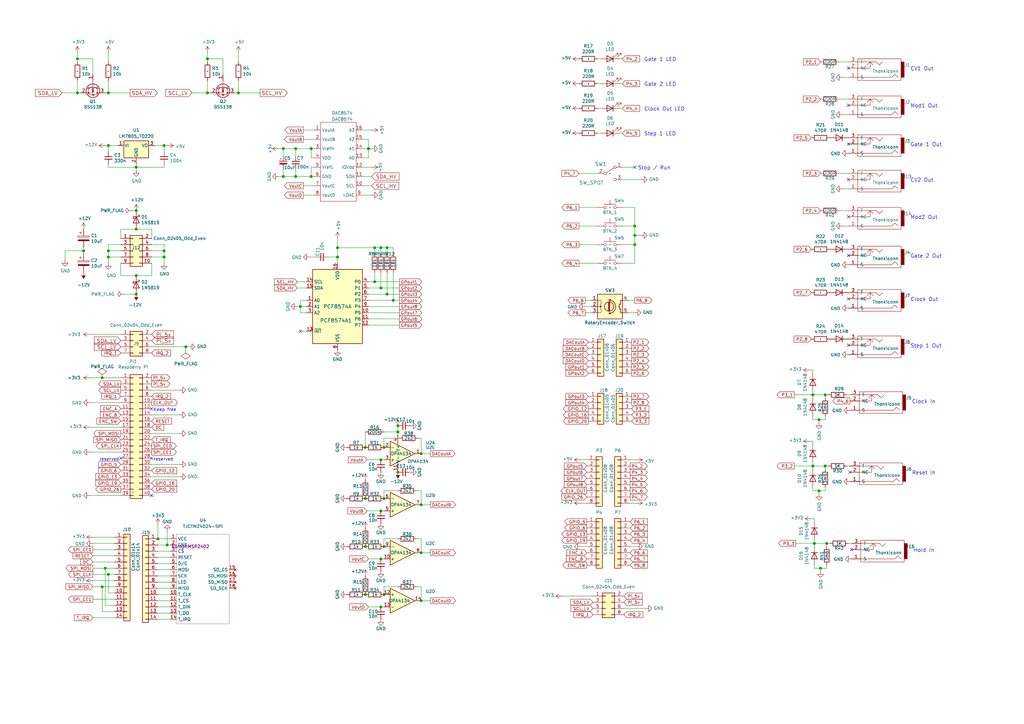
<source format=kicad_sch>
(kicad_sch (version 20210126) (generator eeschema)
  (paper "A3")
  (title_block (title "Europi v2") (date "2021-03-03") (rev "2") (company "Audio Morphology"))
  (lib_symbols
    (symbol "Amplifier_Operational:OPA4134" (pin_names (offset 0.127))
      (property "Reference" "U" (at 0 5.08 0))
      (property "Value" "OPA4134" (at 0 -5.08 0))
      (symbol "OPA4134_1_1"
        (pin output line (at 7.62 0 180) (length 2.54) (name "~") (number "1"))
        (pin input line (at -7.62 -2.54 0) (length 2.54) (name "-") (number "2"))
        (pin input line (at -7.62 2.54 0) (length 2.54) (name "+") (number "3"))
      )
      (symbol "OPA4134_2_1"
        (pin input line (at -7.62 2.54 0) (length 2.54) (name "+") (number "5"))
        (pin input line (at -7.62 -2.54 0) (length 2.54) (name "-") (number "6"))
        (pin output line (at 7.62 0 180) (length 2.54) (name "~") (number "7"))
      )
      (symbol "OPA4134_3_1"
        (pin input line (at -7.62 2.54 0) (length 2.54) (name "+") (number "10"))
        (pin output line (at 7.62 0 180) (length 2.54) (name "~") (number "8"))
        (pin input line (at -7.62 -2.54 0) (length 2.54) (name "-") (number "9"))
      )
      (symbol "OPA4134_4_1"
        (pin input line (at -7.62 2.54 0) (length 2.54) (name "+") (number "12"))
        (pin input line (at -7.62 -2.54 0) (length 2.54) (name "-") (number "13"))
        (pin output line (at 7.62 0 180) (length 2.54) (name "~") (number "14"))
      )
      (symbol "OPA4134_5_1"
        (pin power_in line (at -2.54 -7.62 90) (length 3.81) (name "V-") (number "11"))
        (pin power_in line (at -2.54 7.62 270) (length 3.81) (name "V+") (number "4"))
      )
    )
    (symbol "Connector_Generic:Conn_01x05" (pin_names (offset 1.016) hide)
      (property "Reference" "J" (at 0 7.62 0))
      (property "Value" "Conn_01x05" (at 0 -7.62 0))
      (symbol "Conn_01x05_1_1"
        (pin passive line (at -5.08 5.08 0) (length 3.81) (name "Pin_1") (number "1"))
        (pin passive line (at -5.08 2.54 0) (length 3.81) (name "Pin_2") (number "2"))
        (pin passive line (at -5.08 0 0) (length 3.81) (name "Pin_3") (number "3"))
        (pin passive line (at -5.08 -2.54 0) (length 3.81) (name "Pin_4") (number "4"))
        (pin passive line (at -5.08 -5.08 0) (length 3.81) (name "Pin_5") (number "5"))
      )
    )
    (symbol "Connector_Generic:Conn_01x06" (pin_names (offset 1.016) hide)
      (property "Reference" "J" (at 0 7.62 0))
      (property "Value" "Conn_01x06" (at 0 -10.16 0))
      (symbol "Conn_01x06_1_1"
        (pin passive line (at -5.08 5.08 0) (length 3.81) (name "Pin_1") (number "1"))
        (pin passive line (at -5.08 2.54 0) (length 3.81) (name "Pin_2") (number "2"))
        (pin passive line (at -5.08 0 0) (length 3.81) (name "Pin_3") (number "3"))
        (pin passive line (at -5.08 -2.54 0) (length 3.81) (name "Pin_4") (number "4"))
        (pin passive line (at -5.08 -5.08 0) (length 3.81) (name "Pin_5") (number "5"))
        (pin passive line (at -5.08 -7.62 0) (length 3.81) (name "Pin_6") (number "6"))
      )
    )
    (symbol "Connector_Generic:Conn_01x08" (pin_names (offset 1.016) hide)
      (property "Reference" "J" (at 0 10.16 0))
      (property "Value" "Conn_01x08" (at 0 -12.7 0))
      (symbol "Conn_01x08_1_1"
        (pin passive line (at -5.08 7.62 0) (length 3.81) (name "Pin_1") (number "1"))
        (pin passive line (at -5.08 5.08 0) (length 3.81) (name "Pin_2") (number "2"))
        (pin passive line (at -5.08 2.54 0) (length 3.81) (name "Pin_3") (number "3"))
        (pin passive line (at -5.08 0 0) (length 3.81) (name "Pin_4") (number "4"))
        (pin passive line (at -5.08 -2.54 0) (length 3.81) (name "Pin_5") (number "5"))
        (pin passive line (at -5.08 -5.08 0) (length 3.81) (name "Pin_6") (number "6"))
        (pin passive line (at -5.08 -7.62 0) (length 3.81) (name "Pin_7") (number "7"))
        (pin passive line (at -5.08 -10.16 0) (length 3.81) (name "Pin_8") (number "8"))
      )
    )
    (symbol "Connector_Generic:Conn_01x14" (pin_names (offset 1.016) hide)
      (property "Reference" "J" (at 0 17.78 0))
      (property "Value" "Conn_01x14" (at 0 -20.32 0))
      (symbol "Conn_01x14_1_1"
        (pin passive line (at -5.08 15.24 0) (length 3.81) (name "Pin_1") (number "1"))
        (pin passive line (at -5.08 -7.62 0) (length 3.81) (name "Pin_10") (number "10"))
        (pin passive line (at -5.08 -10.16 0) (length 3.81) (name "Pin_11") (number "11"))
        (pin passive line (at -5.08 -12.7 0) (length 3.81) (name "Pin_12") (number "12"))
        (pin passive line (at -5.08 -15.24 0) (length 3.81) (name "Pin_13") (number "13"))
        (pin passive line (at -5.08 -17.78 0) (length 3.81) (name "Pin_14") (number "14"))
        (pin passive line (at -5.08 12.7 0) (length 3.81) (name "Pin_2") (number "2"))
        (pin passive line (at -5.08 10.16 0) (length 3.81) (name "Pin_3") (number "3"))
        (pin passive line (at -5.08 7.62 0) (length 3.81) (name "Pin_4") (number "4"))
        (pin passive line (at -5.08 5.08 0) (length 3.81) (name "Pin_5") (number "5"))
        (pin passive line (at -5.08 2.54 0) (length 3.81) (name "Pin_6") (number "6"))
        (pin passive line (at -5.08 0 0) (length 3.81) (name "Pin_7") (number "7"))
        (pin passive line (at -5.08 -2.54 0) (length 3.81) (name "Pin_8") (number "8"))
        (pin passive line (at -5.08 -5.08 0) (length 3.81) (name "Pin_9") (number "9"))
      )
    )
    (symbol "Connector_Generic:Conn_02x04_Odd_Even" (pin_names (offset 1.016) hide)
      (property "Reference" "J" (at 1.27 5.08 0))
      (property "Value" "Conn_02x04_Odd_Even" (at 1.27 -7.62 0))
      (symbol "Conn_02x04_Odd_Even_1_1"
        (pin passive line (at -5.08 2.54 0) (length 3.81) (name "Pin_1") (number "1"))
        (pin passive line (at 7.62 2.54 180) (length 3.81) (name "Pin_2") (number "2"))
        (pin passive line (at -5.08 0 0) (length 3.81) (name "Pin_3") (number "3"))
        (pin passive line (at 7.62 0 180) (length 3.81) (name "Pin_4") (number "4"))
        (pin passive line (at -5.08 -2.54 0) (length 3.81) (name "Pin_5") (number "5"))
        (pin passive line (at 7.62 -2.54 180) (length 3.81) (name "Pin_6") (number "6"))
        (pin passive line (at -5.08 -5.08 0) (length 3.81) (name "Pin_7") (number "7"))
        (pin passive line (at 7.62 -5.08 180) (length 3.81) (name "Pin_8") (number "8"))
      )
    )
    (symbol "Connector_Generic:Conn_02x05_Odd_Even" (pin_names (offset 1.016) hide)
      (property "Reference" "J" (at 1.27 7.62 0))
      (property "Value" "Conn_02x05_Odd_Even" (at 1.27 -7.62 0))
      (symbol "Conn_02x05_Odd_Even_1_1"
        (pin passive line (at -5.08 5.08 0) (length 3.81) (name "Pin_1") (number "1"))
        (pin passive line (at 7.62 -5.08 180) (length 3.81) (name "Pin_10") (number "10"))
        (pin passive line (at 7.62 5.08 180) (length 3.81) (name "Pin_2") (number "2"))
        (pin passive line (at -5.08 2.54 0) (length 3.81) (name "Pin_3") (number "3"))
        (pin passive line (at 7.62 2.54 180) (length 3.81) (name "Pin_4") (number "4"))
        (pin passive line (at -5.08 0 0) (length 3.81) (name "Pin_5") (number "5"))
        (pin passive line (at 7.62 0 180) (length 3.81) (name "Pin_6") (number "6"))
        (pin passive line (at -5.08 -2.54 0) (length 3.81) (name "Pin_7") (number "7"))
        (pin passive line (at 7.62 -2.54 180) (length 3.81) (name "Pin_8") (number "8"))
        (pin passive line (at -5.08 -5.08 0) (length 3.81) (name "Pin_9") (number "9"))
      )
    )
    (symbol "Connector_Generic:Conn_02x20_Odd_Even" (pin_names (offset 1.016) hide)
      (property "Reference" "J" (at 1.27 25.4 0))
      (property "Value" "Conn_02x20_Odd_Even" (at 1.27 -27.94 0))
      (symbol "Conn_02x20_Odd_Even_1_1"
        (pin passive line (at -5.08 22.86 0) (length 3.81) (name "Pin_1") (number "1"))
        (pin passive line (at 7.62 12.7 180) (length 3.81) (name "Pin_10") (number "10"))
        (pin passive line (at -5.08 10.16 0) (length 3.81) (name "Pin_11") (number "11"))
        (pin passive line (at 7.62 10.16 180) (length 3.81) (name "Pin_12") (number "12"))
        (pin passive line (at -5.08 7.62 0) (length 3.81) (name "Pin_13") (number "13"))
        (pin passive line (at 7.62 7.62 180) (length 3.81) (name "Pin_14") (number "14"))
        (pin passive line (at -5.08 5.08 0) (length 3.81) (name "Pin_15") (number "15"))
        (pin passive line (at 7.62 5.08 180) (length 3.81) (name "Pin_16") (number "16"))
        (pin passive line (at -5.08 2.54 0) (length 3.81) (name "Pin_17") (number "17"))
        (pin passive line (at 7.62 2.54 180) (length 3.81) (name "Pin_18") (number "18"))
        (pin passive line (at -5.08 0 0) (length 3.81) (name "Pin_19") (number "19"))
        (pin passive line (at 7.62 22.86 180) (length 3.81) (name "Pin_2") (number "2"))
        (pin passive line (at 7.62 0 180) (length 3.81) (name "Pin_20") (number "20"))
        (pin passive line (at -5.08 -2.54 0) (length 3.81) (name "Pin_21") (number "21"))
        (pin passive line (at 7.62 -2.54 180) (length 3.81) (name "Pin_22") (number "22"))
        (pin passive line (at -5.08 -5.08 0) (length 3.81) (name "Pin_23") (number "23"))
        (pin passive line (at 7.62 -5.08 180) (length 3.81) (name "Pin_24") (number "24"))
        (pin passive line (at -5.08 -7.62 0) (length 3.81) (name "Pin_25") (number "25"))
        (pin passive line (at 7.62 -7.62 180) (length 3.81) (name "Pin_26") (number "26"))
        (pin passive line (at -5.08 -10.16 0) (length 3.81) (name "Pin_27") (number "27"))
        (pin passive line (at 7.62 -10.16 180) (length 3.81) (name "Pin_28") (number "28"))
        (pin passive line (at -5.08 -12.7 0) (length 3.81) (name "Pin_29") (number "29"))
        (pin passive line (at -5.08 20.32 0) (length 3.81) (name "Pin_3") (number "3"))
        (pin passive line (at 7.62 -12.7 180) (length 3.81) (name "Pin_30") (number "30"))
        (pin passive line (at -5.08 -15.24 0) (length 3.81) (name "Pin_31") (number "31"))
        (pin passive line (at 7.62 -15.24 180) (length 3.81) (name "Pin_32") (number "32"))
        (pin passive line (at -5.08 -17.78 0) (length 3.81) (name "Pin_33") (number "33"))
        (pin passive line (at 7.62 -17.78 180) (length 3.81) (name "Pin_34") (number "34"))
        (pin passive line (at -5.08 -20.32 0) (length 3.81) (name "Pin_35") (number "35"))
        (pin passive line (at 7.62 -20.32 180) (length 3.81) (name "Pin_36") (number "36"))
        (pin passive line (at -5.08 -22.86 0) (length 3.81) (name "Pin_37") (number "37"))
        (pin passive line (at 7.62 -22.86 180) (length 3.81) (name "Pin_38") (number "38"))
        (pin passive line (at -5.08 -25.4 0) (length 3.81) (name "Pin_39") (number "39"))
        (pin passive line (at 7.62 20.32 180) (length 3.81) (name "Pin_4") (number "4"))
        (pin passive line (at 7.62 -25.4 180) (length 3.81) (name "Pin_40") (number "40"))
        (pin passive line (at -5.08 17.78 0) (length 3.81) (name "Pin_5") (number "5"))
        (pin passive line (at 7.62 17.78 180) (length 3.81) (name "Pin_6") (number "6"))
        (pin passive line (at -5.08 15.24 0) (length 3.81) (name "Pin_7") (number "7"))
        (pin passive line (at 7.62 15.24 180) (length 3.81) (name "Pin_8") (number "8"))
        (pin passive line (at -5.08 12.7 0) (length 3.81) (name "Pin_9") (number "9"))
      )
    )
    (symbol "Device:C_Polarized" (pin_numbers hide) (pin_names (offset 0.254))
      (property "Reference" "C" (at 0.635 2.54 0))
      (property "Value" "C_Polarized" (at 0.635 -2.54 0))
      (symbol "C_Polarized_1_1"
        (pin passive line (at 0 3.81 270) (length 2.794) (name "~") (number "1"))
        (pin passive line (at 0 -3.81 90) (length 2.794) (name "~") (number "2"))
      )
    )
    (symbol "Device:C_Polarized_Small" (pin_numbers hide) (pin_names (offset 0.254) hide)
      (property "Reference" "C" (at 0.254 1.778 0))
      (property "Value" "C_Polarized_Small" (at 0.254 -2.032 0))
      (symbol "C_Polarized_Small_1_1"
        (pin passive line (at 0 2.54 270) (length 1.8542) (name "~") (number "1"))
        (pin passive line (at 0 -2.54 90) (length 1.8542) (name "~") (number "2"))
      )
    )
    (symbol "Device:C_Small" (pin_numbers hide) (pin_names (offset 0.254) hide)
      (property "Reference" "C" (at 0.254 1.778 0))
      (property "Value" "C_Small" (at 0.254 -2.032 0))
      (symbol "C_Small_1_1"
        (pin passive line (at 0 2.54 270) (length 2.032) (name "~") (number "1"))
        (pin passive line (at 0 -2.54 90) (length 2.032) (name "~") (number "2"))
      )
    )
    (symbol "Device:D_Schottky" (pin_numbers hide) (pin_names (offset 1.016) hide)
      (property "Reference" "D" (at 0 2.54 0))
      (property "Value" "D_Schottky" (at 0 -2.54 0))
      (symbol "D_Schottky_1_1"
        (pin passive line (at -3.81 0 0) (length 2.54) (name "K") (number "1"))
        (pin passive line (at 3.81 0 180) (length 2.54) (name "A") (number "2"))
      )
    )
    (symbol "Device:LED" (pin_numbers hide) (pin_names (offset 1.016) hide)
      (property "Reference" "D" (at 0 2.54 0))
      (property "Value" "LED" (at 0 -2.54 0))
      (symbol "LED_1_1"
        (pin passive line (at -3.81 0 0) (length 2.54) (name "K") (number "1"))
        (pin passive line (at 3.81 0 180) (length 2.54) (name "A") (number "2"))
      )
    )
    (symbol "Device:R" (pin_numbers hide) (pin_names (offset 0))
      (property "Reference" "R" (at 2.032 0 90))
      (property "Value" "R" (at 0 0 90))
      (symbol "R_1_1"
        (pin passive line (at 0 3.81 270) (length 1.27) (name "~") (number "1"))
        (pin passive line (at 0 -3.81 90) (length 1.27) (name "~") (number "2"))
      )
    )
    (symbol "Device:RotaryEncoder_Switch" (pin_names (offset 0.254) hide)
      (property "Reference" "SW3" (at 0 6.604 0))
      (property "Value" "RotaryEncoder_Switch" (at 0 -6.604 0))
      (symbol "RotaryEncoder_Switch_1_1"
        (pin passive line (at -7.62 2.54 0) (length 2.54) (name "A") (number "1"))
        (pin passive line (at -7.62 -2.54 0) (length 2.54) (name "B") (number "3"))
        (pin passive line (at -7.62 0 0) (length 2.54) (name "C") (number "2"))
        (pin passive line (at 7.62 2.54 180) (length 2.54) (name "S1") (number "4"))
        (pin passive line (at 7.62 -2.54 180) (length 2.54) (name "S2") (number "5"))
      )
    )
    (symbol "Diode:1N4148" (pin_numbers hide) (pin_names (offset 1.016) hide)
      (property "Reference" "D" (at 0 2.54 0))
      (property "Value" "1N4148" (at 0 -2.54 0))
      (symbol "1N4148_1_1"
        (pin passive line (at -3.81 0 0) (length 2.54) (name "K") (number "1"))
        (pin passive line (at 3.81 0 180) (length 2.54) (name "A") (number "2"))
      )
    )
    (symbol "Europi:DAC8574"
      (property "Reference" "U" (at -2.54 17.78 0))
      (property "Value" "DAC8574" (at -0.635 0 0))
      (symbol "DAC8574_1_1"
        (pin output line (at -11.43 13.335 0) (length 2.54) (name "VoutA") (number "1"))
        (pin output line (at -11.43 9.525 0) (length 2.54) (name "VoutB") (number "2"))
        (pin input line (at -11.43 5.715 0) (length 2.54) (name "VrefH") (number "3"))
        (pin power_in line (at -11.43 1.905 0) (length 2.54) (name "VDD") (number "4"))
        (pin input line (at -11.43 -1.905 0) (length 2.54) (name "VrefL") (number "5"))
        (pin power_in line (at -11.43 -5.715 0) (length 2.54) (name "GND") (number "6"))
        (pin output line (at -11.43 -9.525 0) (length 2.54) (name "VoutC") (number "7"))
        (pin output line (at -11.43 -13.335 0) (length 2.54) (name "VoutD") (number "8"))
        (pin input line (at 8.255 13.335 180) (length 2.54) (name "A3") (number "16"))
        (pin input line (at 8.255 9.525 180) (length 2.54) (name "A2") (number "15"))
        (pin input line (at 8.255 5.715 180) (length 2.54) (name "A1") (number "14"))
        (pin input line (at 8.255 1.905 180) (length 2.54) (name "A0") (number "13"))
        (pin input line (at 8.255 -1.905 180) (length 2.54) (name "IOVdd") (number "12"))
        (pin input line (at 8.255 -5.715 180) (length 2.54) (name "SDA") (number "11"))
        (pin input line (at 8.255 -9.525 180) (length 2.54) (name "SCL") (number "10"))
        (pin input line (at 8.255 -13.335 180) (length 2.54) (name "LDAC") (number "9"))
      )
    )
    (symbol "Europi:TJCTM24024-SPI" (in_bom no)
      (property "Reference" "U" (at -2.54 19.685 0))
      (property "Value" "TJCTM24024-SPI" (at 0 -1.905 90))
      (symbol "TJCTM24024-SPI_1_1"
        (pin power_in line (at -12.7 16.51 0) (length 2.54) (name "VCC") (number "1"))
        (pin power_in line (at -12.7 13.97 0) (length 2.54) (name "GND") (number "2"))
        (pin input line (at -12.7 11.43 0) (length 2.54) (name "CS") (number "3"))
        (pin input line (at -12.7 8.89 0) (length 2.54) (name "RESET") (number "4"))
        (pin input line (at -12.7 6.35 0) (length 2.54) (name "D/C") (number "5"))
        (pin input line (at -12.7 3.81 0) (length 2.54) (name "MOSI") (number "6"))
        (pin input line (at -12.7 1.27 0) (length 2.54) (name "SCK") (number "7"))
        (pin input line (at -12.7 -1.27 0) (length 2.54) (name "LED") (number "8"))
        (pin output line (at -12.7 -3.81 0) (length 2.54) (name "MISO") (number "9"))
        (pin input line (at -12.7 -6.35 0) (length 2.54) (name "T_CLK") (number "10"))
        (pin input line (at -12.7 -8.89 0) (length 2.54) (name "T_CS") (number "11"))
        (pin input line (at -12.7 -11.43 0) (length 2.54) (name "T_DIN") (number "12"))
        (pin output line (at -12.7 -13.97 0) (length 2.54) (name "T_DO") (number "13"))
        (pin output line (at -12.7 -16.51 0) (length 2.54) (name "T_IRQ") (number "14"))
        (pin no_connect line (at 13.97 3.81 180) (length 2.54) (name "SD_CS") (number "15"))
        (pin no_connect line (at 13.97 1.27 180) (length 2.54) (name "SD_MOSI") (number "16"))
        (pin no_connect line (at 13.97 -1.27 180) (length 2.54) (name "SD_MISO") (number "17"))
        (pin no_connect line (at 13.97 -3.81 180) (length 2.54) (name "SD_SCK") (number "18"))
      )
    )
    (symbol "Interface_Expansion:PCF8574A"
      (property "Reference" "U" (at -8.89 16.51 0))
      (property "Value" "PCF8574A" (at 2.54 16.51 0))
      (symbol "PCF8574A_1_1"
        (pin input line (at -12.7 2.54 0) (length 2.54) (name "A0") (number "1"))
        (pin bidirectional line (at 12.7 -2.54 180) (length 2.54) (name "P5") (number "10"))
        (pin bidirectional line (at 12.7 -5.08 180) (length 2.54) (name "P6") (number "11"))
        (pin bidirectional line (at 12.7 -7.62 180) (length 2.54) (name "P7") (number "12"))
        (pin open_collector output_low (at -12.7 -10.16 0) (length 2.54) (name "~INT~") (number "13"))
        (pin input line (at -12.7 10.16 0) (length 2.54) (name "SCL") (number "14"))
        (pin bidirectional line (at -12.7 7.62 0) (length 2.54) (name "SDA") (number "15"))
        (pin power_in line (at 0 17.78 270) (length 2.54) (name "VDD") (number "16"))
        (pin input line (at -12.7 0 0) (length 2.54) (name "A1") (number "2"))
        (pin input line (at -12.7 -2.54 0) (length 2.54) (name "A2") (number "3"))
        (pin bidirectional line (at 12.7 10.16 180) (length 2.54) (name "P0") (number "4"))
        (pin bidirectional line (at 12.7 7.62 180) (length 2.54) (name "P1") (number "5"))
        (pin bidirectional line (at 12.7 5.08 180) (length 2.54) (name "P2") (number "6"))
        (pin bidirectional line (at 12.7 2.54 180) (length 2.54) (name "P3") (number "7"))
        (pin power_in line (at 0 -17.78 90) (length 2.54) (name "VSS") (number "8"))
        (pin bidirectional line (at 12.7 0 180) (length 2.54) (name "P4") (number "9"))
      )
    )
    (symbol "Regulator_Linear:LM7805_TO220" (pin_names (offset 0.254))
      (property "Reference" "U" (at -3.81 3.175 0))
      (property "Value" "LM7805_TO220" (at 0 3.175 0))
      (symbol "LM7805_TO220_1_1"
        (pin power_in line (at -7.62 0 0) (length 2.54) (name "VI") (number "1"))
        (pin power_in line (at 0 -7.62 90) (length 2.54) (name "GND") (number "2"))
        (pin power_out line (at 7.62 0 180) (length 2.54) (name "VO") (number "3"))
      )
    )
    (symbol "Switch:SW_Push" (pin_numbers hide) (pin_names (offset 1.016) hide)
      (property "Reference" "SW" (at 1.27 2.54 0))
      (property "Value" "SW_Push" (at 0 -1.524 0))
      (symbol "SW_Push_0_1"
        (pin passive line (at -5.08 0 0) (length 2.54) (name "1") (number "1"))
        (pin passive line (at 5.08 0 180) (length 2.54) (name "2") (number "2"))
      )
    )
    (symbol "Switch:SW_SPDT" (pin_names (offset 0) hide)
      (property "Reference" "SW" (at 0 4.318 0))
      (property "Value" "SW_SPDT" (at 0 -5.08 0))
      (symbol "SW_SPDT_1_1"
        (pin passive line (at 5.08 2.54 180) (length 2.54) (name "A") (number "1"))
        (pin passive line (at -5.08 0 0) (length 2.54) (name "B") (number "2"))
        (pin passive line (at 5.08 -2.54 180) (length 2.54) (name "C") (number "3"))
      )
    )
    (symbol "Transistor_FET:BSS138" (pin_names hide)
      (property "Reference" "Q" (at 5.08 1.905 0))
      (property "Value" "BSS138" (at 5.08 0 0))
      (symbol "BSS138_1_1"
        (pin input line (at -5.08 0 0) (length 2.54) (name "G") (number "1"))
        (pin passive line (at 2.54 -5.08 90) (length 2.54) (name "S") (number "2"))
        (pin passive line (at 2.54 5.08 270) (length 2.54) (name "D") (number "3"))
      )
    )
    (symbol "europi_main-rescue:PWR_FLAG" (power) (pin_numbers hide) (pin_names (offset 0) hide)
      (property "Value" "PWR_FLAG" (at 0 4.572 0))
      (symbol "PWR_FLAG_0_0"
        (pin power_out line (at 0 0 90) (length 0) (name "pwr") (number "1"))
      )
    )
    (symbol "europi_main-rescue:Thonkiconn" (pin_names (offset 1.016))
      (property "Reference" "J" (at -8.89 -5.08 0))
      (property "Value" "Thonkiconn" (at -3.81 6.35 0))
      (symbol "Thonkiconn_1_1"
        (pin passive line (at 11.43 3.81 180) (length 3.81) (name "S") (number "1"))
        (pin passive line (at 11.43 0 180) (length 3.81) (name "NC") (number "2"))
        (pin passive line (at 11.43 -2.54 180) (length 3.81) (name "T") (number "3"))
      )
    )
    (symbol "power:+12V" (power) (pin_names (offset 0))
      (property "Value" "+12V" (at 0 3.556 0))
      (symbol "+12V_1_1"
        (pin power_in line (at 0 0 90) (length 0) hide (name "+12V") (number "1"))
      )
    )
    (symbol "power:+3.3V" (power) (pin_names (offset 0))
      (property "Value" "+3.3V" (at 0 3.556 0))
      (symbol "+3.3V_1_1"
        (pin power_in line (at 0 0 90) (length 0) hide (name "+3V3") (number "1"))
      )
    )
    (symbol "power:+5V" (power) (pin_names (offset 0))
      (property "Value" "+5V" (at 0 3.556 0))
      (symbol "+5V_1_1"
        (pin power_in line (at 0 0 90) (length 0) hide (name "+5V") (number "1"))
      )
    )
    (symbol "power:-12V" (power) (pin_names (offset 0))
      (property "Value" "-12V" (at 0 3.81 0))
      (symbol "-12V_0_0"
        (pin power_in line (at 0 0 90) (length 0) hide (name "-12V") (number "1"))
      )
    )
    (symbol "power:GND" (power) (pin_names (offset 0))
      (property "Value" "GND" (at 0 -3.81 0))
      (symbol "GND_1_1"
        (pin power_in line (at 0 0 270) (length 0) hide (name "GND") (number "1"))
      )
    )
    (symbol "power:PWR_FLAG" (power) (pin_numbers hide) (pin_names (offset 0) hide)
      (property "Value" "PWR_FLAG" (at 0 3.81 0))
      (symbol "PWR_FLAG_0_0"
        (pin power_out line (at 0 0 90) (length 0) (name "pwr") (number "1"))
      )
    )
  )
  (junction (at 31.75 24.13) (diameter 1.016))
  (junction (at 31.75 38.1) (diameter 1.016))
  (junction (at 34.29 102.87) (diameter 1.016))
  (junction (at 41.91 154.94) (diameter 1.016))
  (junction (at 41.91 240.665) (diameter 1.016))
  (junction (at 43.18 233.045) (diameter 1.016))
  (junction (at 44.45 38.1) (diameter 1.016))
  (junction (at 44.45 59.69) (diameter 1.016))
  (junction (at 44.45 102.87) (diameter 1.016))
  (junction (at 44.45 105.41) (diameter 1.016))
  (junction (at 44.45 235.585) (diameter 1.016))
  (junction (at 55.88 68.58) (diameter 1.016))
  (junction (at 55.88 86.36) (diameter 1.016))
  (junction (at 55.88 93.98) (diameter 1.016))
  (junction (at 55.88 113.03) (diameter 1.016))
  (junction (at 55.88 120.65) (diameter 1.016))
  (junction (at 64.77 220.98) (diameter 1.016))
  (junction (at 67.31 59.69) (diameter 1.016))
  (junction (at 67.31 102.87) (diameter 1.016))
  (junction (at 67.31 105.41) (diameter 1.016))
  (junction (at 68.58 223.52) (diameter 1.016))
  (junction (at 76.2 142.24) (diameter 1.016))
  (junction (at 85.09 24.13) (diameter 1.016))
  (junction (at 85.09 38.1) (diameter 1.016))
  (junction (at 97.79 38.1) (diameter 1.016))
  (junction (at 116.205 60.96) (diameter 1.016))
  (junction (at 116.205 72.39) (diameter 1.016))
  (junction (at 121.285 60.96) (diameter 1.016))
  (junction (at 121.285 72.39) (diameter 1.016))
  (junction (at 123.19 125.73) (diameter 1.016))
  (junction (at 127.635 60.96) (diameter 1.016))
  (junction (at 127.635 72.39) (diameter 1.016))
  (junction (at 138.43 101.6) (diameter 1.016))
  (junction (at 138.43 105.41) (diameter 1.016))
  (junction (at 149.86 183.515) (diameter 1.016))
  (junction (at 149.86 204.47) (diameter 1.016))
  (junction (at 149.86 224.155) (diameter 1.016))
  (junction (at 149.86 243.84) (diameter 1.016))
  (junction (at 151.13 60.96) (diameter 1.016))
  (junction (at 153.67 101.6) (diameter 1.016))
  (junction (at 153.67 115.57) (diameter 1.016))
  (junction (at 156.21 101.6) (diameter 1.016))
  (junction (at 156.21 118.11) (diameter 1.016))
  (junction (at 156.21 188.595) (diameter 1.016))
  (junction (at 156.21 209.55) (diameter 1.016))
  (junction (at 156.21 229.235) (diameter 1.016))
  (junction (at 156.21 248.92) (diameter 1.016))
  (junction (at 157.48 183.515) (diameter 1.016))
  (junction (at 157.48 204.47) (diameter 1.016))
  (junction (at 157.48 224.155) (diameter 1.016))
  (junction (at 157.48 243.84) (diameter 1.016))
  (junction (at 158.75 101.6) (diameter 1.016))
  (junction (at 158.75 120.65) (diameter 1.016))
  (junction (at 161.29 123.19) (diameter 1.016))
  (junction (at 163.195 174.625) (diameter 1.016))
  (junction (at 163.195 177.165) (diameter 1.016))
  (junction (at 163.195 193.675) (diameter 1.016))
  (junction (at 172.72 186.055) (diameter 1.016))
  (junction (at 172.72 207.01) (diameter 1.016))
  (junction (at 172.72 226.695) (diameter 1.016))
  (junction (at 172.72 246.38) (diameter 1.016))
  (junction (at 260.35 92.71) (diameter 1.016))
  (junction (at 260.35 96.52) (diameter 1.016))
  (junction (at 260.35 100.33) (diameter 1.016))
  (junction (at 333.375 161.925) (diameter 1.016))
  (junction (at 333.375 191.135) (diameter 1.016))
  (junction (at 334.01 222.885) (diameter 1.016))
  (junction (at 335.915 172.085) (diameter 1.016))
  (junction (at 335.915 201.295) (diameter 1.016))
  (junction (at 336.55 233.045) (diameter 1.016))
  (junction (at 338.455 161.925) (diameter 1.016))
  (junction (at 338.455 191.135) (diameter 1.016))
  (junction (at 339.09 222.885) (diameter 1.016))
  (no_connect (at 49.53 187.96))
  (no_connect (at 62.23 167.64))
  (no_connect (at 62.23 187.96))
  (no_connect (at 62.23 203.2))
  (no_connect (at 123.19 135.89))
  (no_connect (at 260.35 68.58))
  (no_connect (at 347.98 27.94))
  (no_connect (at 347.98 43.18))
  (no_connect (at 347.98 59.055))
  (no_connect (at 347.98 73.66))
  (no_connect (at 347.98 88.9))
  (no_connect (at 347.98 104.775))
  (no_connect (at 347.98 122.555))
  (no_connect (at 347.98 141.605))
  (no_connect (at 348.615 193.675))
  (no_connect (at 349.25 225.425))
  (wire (pts (xy 25.4 38.1) (xy 31.75 38.1)))
  (wire (pts (xy 26.67 102.87) (xy 34.29 102.87)))
  (wire (pts (xy 26.67 106.68) (xy 26.67 102.87)))
  (wire (pts (xy 31.75 21.59) (xy 31.75 24.13)))
  (wire (pts (xy 31.75 24.13) (xy 31.75 25.4)))
  (wire (pts (xy 31.75 24.13) (xy 38.1 24.13)))
  (wire (pts (xy 31.75 33.02) (xy 31.75 38.1)))
  (wire (pts (xy 31.75 38.1) (xy 33.02 38.1)))
  (wire (pts (xy 34.29 101.6) (xy 34.29 102.87)))
  (wire (pts (xy 34.29 102.87) (xy 34.29 104.14)))
  (wire (pts (xy 36.83 137.16) (xy 49.53 137.16)))
  (wire (pts (xy 36.83 154.94) (xy 41.91 154.94)))
  (wire (pts (xy 36.83 165.1) (xy 49.53 165.1)))
  (wire (pts (xy 36.83 175.26) (xy 49.53 175.26)))
  (wire (pts (xy 36.83 185.42) (xy 49.53 185.42)))
  (wire (pts (xy 36.83 203.2) (xy 49.53 203.2)))
  (wire (pts (xy 38.1 30.48) (xy 38.1 24.13)))
  (wire (pts (xy 38.1 220.345) (xy 46.99 220.345)))
  (wire (pts (xy 38.1 222.885) (xy 46.99 222.885)))
  (wire (pts (xy 38.1 225.425) (xy 46.99 225.425)))
  (wire (pts (xy 38.1 227.965) (xy 46.99 227.965)))
  (wire (pts (xy 38.1 230.505) (xy 46.99 230.505)))
  (wire (pts (xy 38.1 233.045) (xy 43.18 233.045)))
  (wire (pts (xy 38.1 235.585) (xy 44.45 235.585)))
  (wire (pts (xy 38.1 238.125) (xy 46.99 238.125)))
  (wire (pts (xy 38.1 240.665) (xy 41.91 240.665)))
  (wire (pts (xy 38.1 245.745) (xy 46.99 245.745)))
  (wire (pts (xy 38.1 253.365) (xy 46.99 253.365)))
  (wire (pts (xy 41.91 154.94) (xy 49.53 154.94)))
  (wire (pts (xy 41.91 240.665) (xy 41.91 250.825)))
  (wire (pts (xy 41.91 240.665) (xy 46.99 240.665)))
  (wire (pts (xy 43.18 38.1) (xy 44.45 38.1)))
  (wire (pts (xy 43.18 59.69) (xy 44.45 59.69)))
  (wire (pts (xy 43.18 233.045) (xy 43.18 248.285)))
  (wire (pts (xy 43.18 233.045) (xy 46.99 233.045)))
  (wire (pts (xy 44.45 25.4) (xy 44.45 21.59)))
  (wire (pts (xy 44.45 38.1) (xy 44.45 33.02)))
  (wire (pts (xy 44.45 38.1) (xy 53.34 38.1)))
  (wire (pts (xy 44.45 59.69) (xy 44.45 62.23)))
  (wire (pts (xy 44.45 59.69) (xy 48.26 59.69)))
  (wire (pts (xy 44.45 68.58) (xy 44.45 67.31)))
  (wire (pts (xy 44.45 68.58) (xy 55.88 68.58)))
  (wire (pts (xy 44.45 100.33) (xy 44.45 102.87)))
  (wire (pts (xy 44.45 102.87) (xy 44.45 105.41)))
  (wire (pts (xy 44.45 105.41) (xy 44.45 107.95)))
  (wire (pts (xy 44.45 235.585) (xy 44.45 243.205)))
  (wire (pts (xy 44.45 235.585) (xy 46.99 235.585)))
  (wire (pts (xy 46.99 243.205) (xy 44.45 243.205)))
  (wire (pts (xy 46.99 248.285) (xy 43.18 248.285)))
  (wire (pts (xy 46.99 250.825) (xy 41.91 250.825)))
  (wire (pts (xy 49.53 93.98) (xy 55.88 93.98)))
  (wire (pts (xy 49.53 97.79) (xy 49.53 93.98)))
  (wire (pts (xy 49.53 100.33) (xy 44.45 100.33)))
  (wire (pts (xy 49.53 102.87) (xy 44.45 102.87)))
  (wire (pts (xy 49.53 105.41) (xy 44.45 105.41)))
  (wire (pts (xy 49.53 107.95) (xy 49.53 113.03)))
  (wire (pts (xy 49.53 113.03) (xy 55.88 113.03)))
  (wire (pts (xy 50.8 120.65) (xy 55.88 120.65)))
  (wire (pts (xy 53.975 86.36) (xy 55.88 86.36)))
  (wire (pts (xy 55.88 67.31) (xy 55.88 68.58)))
  (wire (pts (xy 55.88 68.58) (xy 55.88 69.85)))
  (wire (pts (xy 55.88 68.58) (xy 67.31 68.58)))
  (wire (pts (xy 55.88 93.98) (xy 62.23 93.98)))
  (wire (pts (xy 55.88 113.03) (xy 62.23 113.03)))
  (wire (pts (xy 62.23 93.98) (xy 62.23 97.79)))
  (wire (pts (xy 62.23 100.33) (xy 67.31 100.33)))
  (wire (pts (xy 62.23 102.87) (xy 67.31 102.87)))
  (wire (pts (xy 62.23 105.41) (xy 67.31 105.41)))
  (wire (pts (xy 62.23 113.03) (xy 62.23 107.95)))
  (wire (pts (xy 62.23 142.24) (xy 76.2 142.24)))
  (wire (pts (xy 62.23 160.02) (xy 73.66 160.02)))
  (wire (pts (xy 62.23 170.18) (xy 73.66 170.18)))
  (wire (pts (xy 62.23 177.8) (xy 73.66 177.8)))
  (wire (pts (xy 62.23 190.5) (xy 73.66 190.5)))
  (wire (pts (xy 62.23 195.58) (xy 73.66 195.58)))
  (wire (pts (xy 63.5 59.69) (xy 67.31 59.69)))
  (wire (pts (xy 64.77 215.265) (xy 64.77 220.98)))
  (wire (pts (xy 64.77 220.98) (xy 69.85 220.98)))
  (wire (pts (xy 64.77 223.52) (xy 68.58 223.52)))
  (wire (pts (xy 64.77 226.06) (xy 69.85 226.06)))
  (wire (pts (xy 64.77 228.6) (xy 69.85 228.6)))
  (wire (pts (xy 64.77 231.14) (xy 69.85 231.14)))
  (wire (pts (xy 64.77 233.68) (xy 69.85 233.68)))
  (wire (pts (xy 64.77 236.22) (xy 69.85 236.22)))
  (wire (pts (xy 64.77 238.76) (xy 69.85 238.76)))
  (wire (pts (xy 64.77 241.3) (xy 69.85 241.3)))
  (wire (pts (xy 64.77 243.84) (xy 69.85 243.84)))
  (wire (pts (xy 64.77 246.38) (xy 69.85 246.38)))
  (wire (pts (xy 64.77 248.92) (xy 69.85 248.92)))
  (wire (pts (xy 64.77 251.46) (xy 69.85 251.46)))
  (wire (pts (xy 64.77 254) (xy 69.85 254)))
  (wire (pts (xy 67.31 59.69) (xy 68.58 59.69)))
  (wire (pts (xy 67.31 62.23) (xy 67.31 59.69)))
  (wire (pts (xy 67.31 68.58) (xy 67.31 67.31)))
  (wire (pts (xy 67.31 100.33) (xy 67.31 102.87)))
  (wire (pts (xy 67.31 102.87) (xy 67.31 105.41)))
  (wire (pts (xy 67.31 105.41) (xy 67.31 107.95)))
  (wire (pts (xy 68.58 217.805) (xy 68.58 223.52)))
  (wire (pts (xy 68.58 223.52) (xy 69.85 223.52)))
  (wire (pts (xy 76.2 142.24) (xy 76.2 143.51)))
  (wire (pts (xy 76.2 142.24) (xy 77.47 142.24)))
  (wire (pts (xy 78.74 38.1) (xy 85.09 38.1)))
  (wire (pts (xy 85.09 21.59) (xy 85.09 24.13)))
  (wire (pts (xy 85.09 24.13) (xy 85.09 25.4)))
  (wire (pts (xy 85.09 24.13) (xy 91.44 24.13)))
  (wire (pts (xy 85.09 38.1) (xy 85.09 33.02)))
  (wire (pts (xy 85.09 38.1) (xy 86.36 38.1)))
  (wire (pts (xy 91.44 30.48) (xy 91.44 24.13)))
  (wire (pts (xy 96.52 38.1) (xy 97.79 38.1)))
  (wire (pts (xy 97.79 25.4) (xy 97.79 21.59)))
  (wire (pts (xy 97.79 38.1) (xy 97.79 33.02)))
  (wire (pts (xy 97.79 38.1) (xy 106.68 38.1)))
  (wire (pts (xy 114.3 60.96) (xy 116.205 60.96)))
  (wire (pts (xy 114.3 72.39) (xy 116.205 72.39)))
  (wire (pts (xy 116.205 60.96) (xy 121.285 60.96)))
  (wire (pts (xy 116.205 64.135) (xy 116.205 60.96)))
  (wire (pts (xy 116.205 69.215) (xy 116.205 72.39)))
  (wire (pts (xy 121.285 60.96) (xy 121.285 64.135)))
  (wire (pts (xy 121.285 60.96) (xy 127.635 60.96)))
  (wire (pts (xy 121.285 69.215) (xy 121.285 72.39)))
  (wire (pts (xy 121.285 72.39) (xy 116.205 72.39)))
  (wire (pts (xy 121.285 72.39) (xy 127.635 72.39)))
  (wire (pts (xy 121.92 115.57) (xy 125.73 115.57)))
  (wire (pts (xy 121.92 118.11) (xy 125.73 118.11)))
  (wire (pts (xy 121.92 125.73) (xy 123.19 125.73)))
  (wire (pts (xy 123.19 123.19) (xy 123.19 125.73)))
  (wire (pts (xy 123.19 125.73) (xy 123.19 128.27)))
  (wire (pts (xy 123.19 125.73) (xy 125.73 125.73)))
  (wire (pts (xy 123.19 128.27) (xy 125.73 128.27)))
  (wire (pts (xy 123.19 135.89) (xy 125.73 135.89)))
  (wire (pts (xy 124.46 53.34) (xy 128.905 53.34)))
  (wire (pts (xy 124.46 57.15) (xy 128.905 57.15)))
  (wire (pts (xy 124.46 76.2) (xy 128.905 76.2)))
  (wire (pts (xy 124.46 80.01) (xy 128.905 80.01)))
  (wire (pts (xy 125.73 123.19) (xy 123.19 123.19)))
  (wire (pts (xy 127 105.41) (xy 129.54 105.41)))
  (wire (pts (xy 127.635 60.96) (xy 128.905 60.96)))
  (wire (pts (xy 127.635 64.77) (xy 127.635 60.96)))
  (wire (pts (xy 127.635 68.58) (xy 127.635 72.39)))
  (wire (pts (xy 127.635 72.39) (xy 128.905 72.39)))
  (wire (pts (xy 128.905 64.77) (xy 127.635 64.77)))
  (wire (pts (xy 128.905 68.58) (xy 127.635 68.58)))
  (wire (pts (xy 134.62 105.41) (xy 138.43 105.41)))
  (wire (pts (xy 138.43 97.79) (xy 138.43 101.6)))
  (wire (pts (xy 138.43 101.6) (xy 138.43 105.41)))
  (wire (pts (xy 138.43 101.6) (xy 153.67 101.6)))
  (wire (pts (xy 138.43 105.41) (xy 138.43 107.95)))
  (wire (pts (xy 148.59 53.34) (xy 152.4 53.34)))
  (wire (pts (xy 148.59 57.15) (xy 151.13 57.15)))
  (wire (pts (xy 148.59 60.96) (xy 151.13 60.96)))
  (wire (pts (xy 148.59 68.58) (xy 152.4 68.58)))
  (wire (pts (xy 148.59 72.39) (xy 152.4 72.39)))
  (wire (pts (xy 148.59 76.2) (xy 152.4 76.2)))
  (wire (pts (xy 148.59 80.01) (xy 152.4 80.01)))
  (wire (pts (xy 149.86 177.165) (xy 149.86 183.515)))
  (wire (pts (xy 150.495 188.595) (xy 156.21 188.595)))
  (wire (pts (xy 150.495 209.55) (xy 156.21 209.55)))
  (wire (pts (xy 151.13 57.15) (xy 151.13 60.96)))
  (wire (pts (xy 151.13 60.96) (xy 151.13 64.77)))
  (wire (pts (xy 151.13 60.96) (xy 152.4 60.96)))
  (wire (pts (xy 151.13 64.77) (xy 148.59 64.77)))
  (wire (pts (xy 151.13 115.57) (xy 153.67 115.57)))
  (wire (pts (xy 151.13 118.11) (xy 156.21 118.11)))
  (wire (pts (xy 151.13 120.65) (xy 158.75 120.65)))
  (wire (pts (xy 151.13 123.19) (xy 161.29 123.19)))
  (wire (pts (xy 151.13 125.73) (xy 163.83 125.73)))
  (wire (pts (xy 151.13 128.27) (xy 163.83 128.27)))
  (wire (pts (xy 151.13 130.81) (xy 163.83 130.81)))
  (wire (pts (xy 151.13 133.35) (xy 163.83 133.35)))
  (wire (pts (xy 151.13 229.235) (xy 156.21 229.235)))
  (wire (pts (xy 151.13 248.92) (xy 156.21 248.92)))
  (wire (pts (xy 153.67 101.6) (xy 153.67 104.14)))
  (wire (pts (xy 153.67 101.6) (xy 156.21 101.6)))
  (wire (pts (xy 153.67 111.76) (xy 153.67 115.57)))
  (wire (pts (xy 153.67 115.57) (xy 163.83 115.57)))
  (wire (pts (xy 156.21 101.6) (xy 156.21 104.14)))
  (wire (pts (xy 156.21 101.6) (xy 158.75 101.6)))
  (wire (pts (xy 156.21 111.76) (xy 156.21 118.11)))
  (wire (pts (xy 156.21 118.11) (xy 163.83 118.11)))
  (wire (pts (xy 156.21 188.595) (xy 157.48 188.595)))
  (wire (pts (xy 156.21 209.55) (xy 157.48 209.55)))
  (wire (pts (xy 156.21 229.235) (xy 157.48 229.235)))
  (wire (pts (xy 156.21 248.92) (xy 157.48 248.92)))
  (wire (pts (xy 157.48 179.705) (xy 163.83 179.705)))
  (wire (pts (xy 157.48 183.515) (xy 157.48 179.705)))
  (wire (pts (xy 157.48 201.295) (xy 163.195 201.295)))
  (wire (pts (xy 157.48 204.47) (xy 157.48 201.295)))
  (wire (pts (xy 157.48 220.98) (xy 157.48 224.155)))
  (wire (pts (xy 157.48 240.665) (xy 157.48 243.84)))
  (wire (pts (xy 158.75 101.6) (xy 158.75 104.14)))
  (wire (pts (xy 158.75 101.6) (xy 161.29 101.6)))
  (wire (pts (xy 158.75 111.76) (xy 158.75 120.65)))
  (wire (pts (xy 158.75 120.65) (xy 163.83 120.65)))
  (wire (pts (xy 161.29 101.6) (xy 161.29 104.14)))
  (wire (pts (xy 161.29 111.76) (xy 161.29 123.19)))
  (wire (pts (xy 161.29 123.19) (xy 163.83 123.19)))
  (wire (pts (xy 163.195 174.625) (xy 163.195 177.165)))
  (wire (pts (xy 163.195 177.165) (xy 157.48 177.165)))
  (wire (pts (xy 163.195 178.435) (xy 163.195 177.165)))
  (wire (pts (xy 163.195 220.98) (xy 157.48 220.98)))
  (wire (pts (xy 163.195 240.665) (xy 157.48 240.665)))
  (wire (pts (xy 170.815 201.295) (xy 172.72 201.295)))
  (wire (pts (xy 171.45 179.705) (xy 172.72 179.705)))
  (wire (pts (xy 172.72 179.705) (xy 172.72 186.055)))
  (wire (pts (xy 172.72 186.055) (xy 176.53 186.055)))
  (wire (pts (xy 172.72 201.295) (xy 172.72 207.01)))
  (wire (pts (xy 172.72 207.01) (xy 176.53 207.01)))
  (wire (pts (xy 172.72 220.98) (xy 170.815 220.98)))
  (wire (pts (xy 172.72 226.695) (xy 172.72 220.98)))
  (wire (pts (xy 172.72 226.695) (xy 176.53 226.695)))
  (wire (pts (xy 172.72 240.665) (xy 170.815 240.665)))
  (wire (pts (xy 172.72 246.38) (xy 172.72 240.665)))
  (wire (pts (xy 172.72 246.38) (xy 176.53 246.38)))
  (wire (pts (xy 230.505 244.475) (xy 243.205 244.475)))
  (wire (pts (xy 237.49 71.12) (xy 245.11 71.12)))
  (wire (pts (xy 237.49 85.09) (xy 245.11 85.09)))
  (wire (pts (xy 237.49 92.71) (xy 245.11 92.71)))
  (wire (pts (xy 237.49 100.33) (xy 245.11 100.33)))
  (wire (pts (xy 237.49 107.95) (xy 245.11 107.95)))
  (wire (pts (xy 238.125 188.595) (xy 240.665 188.595)))
  (wire (pts (xy 238.125 206.375) (xy 240.665 206.375)))
  (wire (pts (xy 238.125 224.155) (xy 240.665 224.155)))
  (wire (pts (xy 240.03 123.19) (xy 242.57 123.19)))
  (wire (pts (xy 240.03 125.73) (xy 242.57 125.73)))
  (wire (pts (xy 240.03 128.27) (xy 242.57 128.27)))
  (wire (pts (xy 245.11 24.13) (xy 246.38 24.13)))
  (wire (pts (xy 245.11 34.29) (xy 246.38 34.29)))
  (wire (pts (xy 245.11 44.45) (xy 246.38 44.45)))
  (wire (pts (xy 245.11 54.61) (xy 246.38 54.61)))
  (wire (pts (xy 254 24.13) (xy 255.27 24.13)))
  (wire (pts (xy 254 34.29) (xy 255.27 34.29)))
  (wire (pts (xy 254 44.45) (xy 255.27 44.45)))
  (wire (pts (xy 254 54.61) (xy 255.27 54.61)))
  (wire (pts (xy 255.27 68.58) (xy 260.35 68.58)))
  (wire (pts (xy 255.27 73.66) (xy 262.89 73.66)))
  (wire (pts (xy 255.27 85.09) (xy 260.35 85.09)))
  (wire (pts (xy 255.27 92.71) (xy 260.35 92.71)))
  (wire (pts (xy 255.27 100.33) (xy 260.35 100.33)))
  (wire (pts (xy 255.27 107.95) (xy 260.35 107.95)))
  (wire (pts (xy 255.905 249.555) (xy 264.795 249.555)))
  (wire (pts (xy 257.81 123.19) (xy 260.35 123.19)))
  (wire (pts (xy 257.81 128.27) (xy 260.35 128.27)))
  (wire (pts (xy 258.445 188.595) (xy 260.985 188.595)))
  (wire (pts (xy 258.445 206.375) (xy 260.985 206.375)))
  (wire (pts (xy 258.445 224.155) (xy 260.985 224.155)))
  (wire (pts (xy 260.35 85.09) (xy 260.35 92.71)))
  (wire (pts (xy 260.35 92.71) (xy 260.35 96.52)))
  (wire (pts (xy 260.35 96.52) (xy 260.35 100.33)))
  (wire (pts (xy 260.35 100.33) (xy 260.35 107.95)))
  (wire (pts (xy 262.89 96.52) (xy 260.35 96.52)))
  (wire (pts (xy 325.755 161.925) (xy 333.375 161.925)))
  (wire (pts (xy 325.755 191.135) (xy 333.375 191.135)))
  (wire (pts (xy 326.39 222.885) (xy 334.01 222.885)))
  (wire (pts (xy 333.375 151.765) (xy 332.105 151.765)))
  (wire (pts (xy 333.375 153.035) (xy 333.375 151.765)))
  (wire (pts (xy 333.375 160.655) (xy 333.375 161.925)))
  (wire (pts (xy 333.375 161.925) (xy 333.375 163.195)))
  (wire (pts (xy 333.375 161.925) (xy 338.455 161.925)))
  (wire (pts (xy 333.375 170.815) (xy 333.375 172.085)))
  (wire (pts (xy 333.375 172.085) (xy 335.915 172.085)))
  (wire (pts (xy 333.375 180.975) (xy 332.105 180.975)))
  (wire (pts (xy 333.375 182.245) (xy 333.375 180.975)))
  (wire (pts (xy 333.375 189.865) (xy 333.375 191.135)))
  (wire (pts (xy 333.375 191.135) (xy 333.375 192.405)))
  (wire (pts (xy 333.375 191.135) (xy 338.455 191.135)))
  (wire (pts (xy 333.375 200.025) (xy 333.375 201.295)))
  (wire (pts (xy 333.375 201.295) (xy 335.915 201.295)))
  (wire (pts (xy 334.01 212.725) (xy 332.74 212.725)))
  (wire (pts (xy 334.01 213.995) (xy 334.01 212.725)))
  (wire (pts (xy 334.01 221.615) (xy 334.01 222.885)))
  (wire (pts (xy 334.01 222.885) (xy 334.01 224.155)))
  (wire (pts (xy 334.01 222.885) (xy 339.09 222.885)))
  (wire (pts (xy 334.01 231.775) (xy 334.01 233.045)))
  (wire (pts (xy 334.01 233.045) (xy 336.55 233.045)))
  (wire (pts (xy 335.915 172.085) (xy 338.455 172.085)))
  (wire (pts (xy 335.915 173.355) (xy 335.915 172.085)))
  (wire (pts (xy 335.915 201.295) (xy 338.455 201.295)))
  (wire (pts (xy 335.915 202.565) (xy 335.915 201.295)))
  (wire (pts (xy 336.55 233.045) (xy 339.09 233.045)))
  (wire (pts (xy 336.55 234.315) (xy 336.55 233.045)))
  (wire (pts (xy 338.455 161.925) (xy 339.725 161.925)))
  (wire (pts (xy 338.455 163.195) (xy 338.455 161.925)))
  (wire (pts (xy 338.455 172.085) (xy 338.455 170.815)))
  (wire (pts (xy 338.455 191.135) (xy 339.725 191.135)))
  (wire (pts (xy 338.455 192.405) (xy 338.455 191.135)))
  (wire (pts (xy 338.455 201.295) (xy 338.455 200.025)))
  (wire (pts (xy 339.09 222.885) (xy 340.36 222.885)))
  (wire (pts (xy 339.09 224.155) (xy 339.09 222.885)))
  (wire (pts (xy 339.09 233.045) (xy 339.09 231.775)))
  (wire (pts (xy 344.17 25.4) (xy 347.98 25.4)))
  (wire (pts (xy 344.17 40.64) (xy 347.98 40.64)))
  (wire (pts (xy 344.17 71.12) (xy 347.98 71.12)))
  (wire (pts (xy 344.17 86.36) (xy 347.98 86.36)))
  (wire (pts (xy 345.44 31.75) (xy 347.98 31.75)))
  (wire (pts (xy 345.44 46.99) (xy 347.98 46.99)))
  (wire (pts (xy 345.44 77.47) (xy 347.98 77.47)))
  (wire (pts (xy 345.44 92.71) (xy 347.98 92.71)))
  (wire (pts (xy 347.345 161.925) (xy 348.615 161.925)))
  (wire (pts (xy 348.615 191.135) (xy 347.345 191.135)))
  (wire (pts (xy 349.25 222.885) (xy 347.98 222.885)))
  (text "reserved" (at 48.895 189.23 180) (effects (font (size 1.27 1.27)) (justify right bottom)))
  (text "reserved" (at 71.12 189.23 180) (effects (font (size 1.27 1.27)) (justify right bottom)))
  (text "Keep free" (at 72.39 168.91 180) (effects (font (size 1.27 1.27)) (justify right bottom)))
  (text "Stop / Run" (at 261.62 69.85 0) (effects (font (size 1.524 1.524)) (justify left bottom)))
  (text "Gate 1 LED" (at 264.16 25.4 0) (effects (font (size 1.524 1.524)) (justify left bottom)))
  (text "Gate 2 LED" (at 264.16 35.56 0) (effects (font (size 1.524 1.524)) (justify left bottom)))
  (text "Clock Out LED" (at 264.16 45.72 0) (effects (font (size 1.524 1.524)) (justify left bottom)))
  (text "Step 1 LED" (at 264.16 55.88 0) (effects (font (size 1.524 1.524)) (justify left bottom)))
  (text "CV1 Out" (at 373.38 29.21 0) (effects (font (size 1.524 1.524)) (justify left bottom)))
  (text "Mod1 Out" (at 373.38 44.45 0) (effects (font (size 1.524 1.524)) (justify left bottom)))
  (text "Gate 1 Out" (at 373.38 60.325 0) (effects (font (size 1.524 1.524)) (justify left bottom)))
  (text "CV2 Out" (at 373.38 74.93 0) (effects (font (size 1.524 1.524)) (justify left bottom)))
  (text "Mod2 Out" (at 373.38 90.17 0) (effects (font (size 1.524 1.524)) (justify left bottom)))
  (text "Gate 2 Out" (at 373.38 106.045 0) (effects (font (size 1.524 1.524)) (justify left bottom)))
  (text "Clock Out" (at 373.38 123.825 0) (effects (font (size 1.524 1.524)) (justify left bottom)))
  (text "Step 1 Out" (at 373.38 142.875 0) (effects (font (size 1.524 1.524)) (justify left bottom)))
  (text "Clock In" (at 374.015 165.735 0) (effects (font (size 1.524 1.524)) (justify left bottom)))
  (text "Reset In" (at 374.015 194.945 0) (effects (font (size 1.524 1.524)) (justify left bottom)))
  (text "Hold In" (at 374.65 226.695 0) (effects (font (size 1.524 1.524)) (justify left bottom)))
  (global_label "SDA_LV" (shape input) (at 25.4 38.1 180) (effects (font (size 1.524 1.524))) (property "Intersheet References" "${INTERSHEET_REFS}" (effects hide)))
  (global_label "SPI_CE0" (shape output) (at 38.1 225.425 180) (property "Intersheet References" "${INTERSHEET_REFS}" (effects hide)))
  (global_label "RESET" (shape input) (at 38.1 227.965 180) (property "Intersheet References" "${INTERSHEET_REFS}" (effects hide)))
  (global_label "DC" (shape input) (at 38.1 230.505 180) (property "Intersheet References" "${INTERSHEET_REFS}" (effects hide)))
  (global_label "SPI_MOSI" (shape output) (at 38.1 233.045 180) (property "Intersheet References" "${INTERSHEET_REFS}" (effects hide)))
  (global_label "SPI_CLK" (shape output) (at 38.1 235.585 180) (property "Intersheet References" "${INTERSHEET_REFS}" (effects hide)))
  (global_label "SPI_MISO" (shape input) (at 38.1 240.665 180) (property "Intersheet References" "${INTERSHEET_REFS}" (effects hide)))
  (global_label "SPI_CE1" (shape output) (at 38.1 245.745 180) (property "Intersheet References" "${INTERSHEET_REFS}" (effects hide)))
  (global_label "T_IRQ" (shape input) (at 38.1 253.365 180) (property "Intersheet References" "${INTERSHEET_REFS}" (effects hide)))
  (global_label "SDA_LV" (shape input) (at 49.53 139.7 180) (effects (font (size 1.524 1.524))) (property "Intersheet References" "${INTERSHEET_REFS}" (effects hide)))
  (global_label "SCL_LV" (shape input) (at 49.53 142.24 180) (effects (font (size 1.524 1.524))) (property "Intersheet References" "${INTERSHEET_REFS}" (effects hide)))
  (global_label "IRQ_1" (shape input) (at 49.53 144.78 180) (property "Intersheet References" "${INTERSHEET_REFS}" (effects hide)))
  (global_label "SDA_LV" (shape output) (at 49.53 157.48 180) (property "Intersheet References" "${INTERSHEET_REFS}" (effects hide)))
  (global_label "SCL_LV" (shape output) (at 49.53 160.02 180) (property "Intersheet References" "${INTERSHEET_REFS}" (effects hide)))
  (global_label "IRQ_1" (shape input) (at 49.53 162.56 180) (property "Intersheet References" "${INTERSHEET_REFS}" (effects hide)))
  (global_label "ENC_A" (shape input) (at 49.53 167.64 180) (property "Intersheet References" "${INTERSHEET_REFS}" (effects hide)))
  (global_label "ENC_B" (shape input) (at 49.53 170.18 180) (property "Intersheet References" "${INTERSHEET_REFS}" (effects hide)))
  (global_label "ENC_SW" (shape input) (at 49.53 172.72 180) (property "Intersheet References" "${INTERSHEET_REFS}" (effects hide)))
  (global_label "SPI_MOSI" (shape output) (at 49.53 177.8 180) (property "Intersheet References" "${INTERSHEET_REFS}" (effects hide)))
  (global_label "SPI_MISO" (shape input) (at 49.53 180.34 180) (property "Intersheet References" "${INTERSHEET_REFS}" (effects hide)))
  (global_label "SPI_CLK" (shape output) (at 49.53 182.88 180) (property "Intersheet References" "${INTERSHEET_REFS}" (effects hide)))
  (global_label "GPIO_5" (shape input) (at 49.53 190.5 180) (property "Intersheet References" "${INTERSHEET_REFS}" (effects hide)))
  (global_label "GPIO_6" (shape input) (at 49.53 193.04 180) (property "Intersheet References" "${INTERSHEET_REFS}" (effects hide)))
  (global_label "GPIO_13" (shape input) (at 49.53 195.58 180) (property "Intersheet References" "${INTERSHEET_REFS}" (effects hide)))
  (global_label "GPIO_19" (shape input) (at 49.53 198.12 180) (property "Intersheet References" "${INTERSHEET_REFS}" (effects hide)))
  (global_label "GPIO_26" (shape output) (at 49.53 200.66 180) (property "Intersheet References" "${INTERSHEET_REFS}" (effects hide)))
  (global_label "SDA_HV" (shape output) (at 53.34 38.1 0) (effects (font (size 1.524 1.524))) (property "Intersheet References" "${INTERSHEET_REFS}" (effects hide)))
  (global_label "Pi_5v" (shape input) (at 62.23 137.16 0) (effects (font (size 1.524 1.524))) (property "Intersheet References" "${INTERSHEET_REFS}" (effects hide)))
  (global_label "Pi_5v" (shape input) (at 62.23 139.7 0) (effects (font (size 1.524 1.524))) (property "Intersheet References" "${INTERSHEET_REFS}" (effects hide)))
  (global_label "IRQ_2" (shape input) (at 62.23 144.78 0) (property "Intersheet References" "${INTERSHEET_REFS}" (effects hide)))
  (global_label "Pi_5v" (shape output) (at 62.23 154.94 0) (property "Intersheet References" "${INTERSHEET_REFS}" (effects hide)))
  (global_label "Pi_5v" (shape output) (at 62.23 157.48 0) (property "Intersheet References" "${INTERSHEET_REFS}" (effects hide)))
  (global_label "IRQ_2" (shape input) (at 62.23 162.56 0) (property "Intersheet References" "${INTERSHEET_REFS}" (effects hide)))
  (global_label "CLK_OUT" (shape output) (at 62.23 165.1 0) (property "Intersheet References" "${INTERSHEET_REFS}" (effects hide)))
  (global_label "RESET" (shape input) (at 62.23 172.72 0) (property "Intersheet References" "${INTERSHEET_REFS}" (effects hide)))
  (global_label "DC" (shape input) (at 62.23 175.26 0) (property "Intersheet References" "${INTERSHEET_REFS}" (effects hide)))
  (global_label "T_IRQ" (shape input) (at 62.23 180.34 0) (property "Intersheet References" "${INTERSHEET_REFS}" (effects hide)))
  (global_label "SPI_CE0" (shape output) (at 62.23 182.88 0) (property "Intersheet References" "${INTERSHEET_REFS}" (effects hide)))
  (global_label "SPI_CE1" (shape output) (at 62.23 185.42 0) (property "Intersheet References" "${INTERSHEET_REFS}" (effects hide)))
  (global_label "GPIO_12" (shape input) (at 62.23 193.04 0) (property "Intersheet References" "${INTERSHEET_REFS}" (effects hide)))
  (global_label "GPIO_16" (shape input) (at 62.23 198.12 0) (property "Intersheet References" "${INTERSHEET_REFS}" (effects hide)))
  (global_label "GPIO_20" (shape input) (at 62.23 200.66 0) (property "Intersheet References" "${INTERSHEET_REFS}" (effects hide)))
  (global_label "SCL_LV" (shape input) (at 78.74 38.1 180) (effects (font (size 1.524 1.524))) (property "Intersheet References" "${INTERSHEET_REFS}" (effects hide)))
  (global_label "SCL_HV" (shape output) (at 106.68 38.1 0) (effects (font (size 1.524 1.524))) (property "Intersheet References" "${INTERSHEET_REFS}" (effects hide)))
  (global_label "SCL_HV" (shape input) (at 121.92 115.57 180) (property "Intersheet References" "${INTERSHEET_REFS}" (effects hide)))
  (global_label "SDA_HV" (shape input) (at 121.92 118.11 180) (property "Intersheet References" "${INTERSHEET_REFS}" (effects hide)))
  (global_label "VoutA" (shape output) (at 124.46 53.34 180) (property "Intersheet References" "${INTERSHEET_REFS}" (effects hide)))
  (global_label "VoutB" (shape output) (at 124.46 57.15 180) (property "Intersheet References" "${INTERSHEET_REFS}" (effects hide)))
  (global_label "VoutC" (shape output) (at 124.46 76.2 180) (property "Intersheet References" "${INTERSHEET_REFS}" (effects hide)))
  (global_label "VoutD" (shape output) (at 124.46 80.01 180) (property "Intersheet References" "${INTERSHEET_REFS}" (effects hide)))
  (global_label "VoutA" (shape input) (at 150.495 188.595 180) (property "Intersheet References" "${INTERSHEET_REFS}" (effects hide)))
  (global_label "VoutB" (shape input) (at 150.495 209.55 180) (property "Intersheet References" "${INTERSHEET_REFS}" (effects hide)))
  (global_label "VoutC" (shape input) (at 151.13 229.235 180) (property "Intersheet References" "${INTERSHEET_REFS}" (effects hide)))
  (global_label "VoutD" (shape input) (at 151.13 248.92 180) (property "Intersheet References" "${INTERSHEET_REFS}" (effects hide)))
  (global_label "SDA_HV" (shape input) (at 152.4 72.39 0) (effects (font (size 1.524 1.524))) (property "Intersheet References" "${INTERSHEET_REFS}" (effects hide)))
  (global_label "SCL_HV" (shape input) (at 152.4 76.2 0) (effects (font (size 1.524 1.524))) (property "Intersheet References" "${INTERSHEET_REFS}" (effects hide)))
  (global_label "GPout1" (shape output) (at 163.83 115.57 0) (property "Intersheet References" "${INTERSHEET_REFS}" (effects hide)))
  (global_label "GPout2" (shape output) (at 163.83 118.11 0) (property "Intersheet References" "${INTERSHEET_REFS}" (effects hide)))
  (global_label "GPout3" (shape output) (at 163.83 120.65 0) (property "Intersheet References" "${INTERSHEET_REFS}" (effects hide)))
  (global_label "GPout4" (shape output) (at 163.83 123.19 0) (property "Intersheet References" "${INTERSHEET_REFS}" (effects hide)))
  (global_label "GPout8" (shape output) (at 163.83 125.73 0) (property "Intersheet References" "${INTERSHEET_REFS}" (effects hide)))
  (global_label "GPout7" (shape output) (at 163.83 128.27 0) (property "Intersheet References" "${INTERSHEET_REFS}" (effects hide)))
  (global_label "GPout6" (shape output) (at 163.83 130.81 0) (property "Intersheet References" "${INTERSHEET_REFS}" (effects hide)))
  (global_label "GPout5" (shape output) (at 163.83 133.35 0) (property "Intersheet References" "${INTERSHEET_REFS}" (effects hide)))
  (global_label "DACoutA" (shape output) (at 176.53 186.055 0) (property "Intersheet References" "${INTERSHEET_REFS}" (effects hide)))
  (global_label "DACoutB" (shape output) (at 176.53 207.01 0) (property "Intersheet References" "${INTERSHEET_REFS}" (effects hide)))
  (global_label "DACoutC" (shape output) (at 176.53 226.695 0) (property "Intersheet References" "${INTERSHEET_REFS}" (effects hide)))
  (global_label "DACoutD" (shape output) (at 176.53 246.38 0) (property "Intersheet References" "${INTERSHEET_REFS}" (effects hide)))
  (global_label "P4_7" (shape input) (at 237.49 71.12 180) (property "Intersheet References" "${INTERSHEET_REFS}" (effects hide)))
  (global_label "P6_1" (shape output) (at 237.49 85.09 180) (property "Intersheet References" "${INTERSHEET_REFS}" (effects hide)))
  (global_label "P6_2" (shape output) (at 237.49 92.71 180) (property "Intersheet References" "${INTERSHEET_REFS}" (effects hide)))
  (global_label "P6_3" (shape output) (at 237.49 100.33 180) (property "Intersheet References" "${INTERSHEET_REFS}" (effects hide)))
  (global_label "P6_4" (shape output) (at 237.49 107.95 180) (property "Intersheet References" "${INTERSHEET_REFS}" (effects hide)))
  (global_label "P6_6" (shape output) (at 240.03 123.19 180) (property "Intersheet References" "${INTERSHEET_REFS}" (effects hide)))
  (global_label "P6_7" (shape output) (at 240.03 128.27 180) (property "Intersheet References" "${INTERSHEET_REFS}" (effects hide)))
  (global_label "GPout5" (shape input) (at 240.665 191.135 180) (property "Intersheet References" "${INTERSHEET_REFS}" (effects hide)))
  (global_label "GPout6" (shape input) (at 240.665 193.675 180) (property "Intersheet References" "${INTERSHEET_REFS}" (effects hide)))
  (global_label "GPout7" (shape input) (at 240.665 196.215 180) (property "Intersheet References" "${INTERSHEET_REFS}" (effects hide)))
  (global_label "GPout8" (shape input) (at 240.665 198.755 180) (property "Intersheet References" "${INTERSHEET_REFS}" (effects hide)))
  (global_label "CLK_OUT" (shape output) (at 240.665 201.295 180) (property "Intersheet References" "${INTERSHEET_REFS}" (effects hide)))
  (global_label "GPIO_26" (shape input) (at 240.665 203.835 180) (property "Intersheet References" "${INTERSHEET_REFS}" (effects hide)))
  (global_label "GPIO_5" (shape output) (at 240.665 213.995 180) (property "Intersheet References" "${INTERSHEET_REFS}" (effects hide)))
  (global_label "GPIO_6" (shape output) (at 240.665 216.535 180) (property "Intersheet References" "${INTERSHEET_REFS}" (effects hide)))
  (global_label "GPIO_13" (shape output) (at 240.665 219.075 180) (property "Intersheet References" "${INTERSHEET_REFS}" (effects hide)))
  (global_label "GPIO_19" (shape output) (at 240.665 221.615 180) (property "Intersheet References" "${INTERSHEET_REFS}" (effects hide)))
  (global_label "ENC_A" (shape input) (at 240.665 226.695 180) (property "Intersheet References" "${INTERSHEET_REFS}" (effects hide)))
  (global_label "ENC_B" (shape input) (at 240.665 229.235 180) (property "Intersheet References" "${INTERSHEET_REFS}" (effects hide)))
  (global_label "ENC_SW" (shape output) (at 240.665 231.775 180) (property "Intersheet References" "${INTERSHEET_REFS}" (effects hide)))
  (global_label "DACoutA" (shape input) (at 241.3 140.335 180) (property "Intersheet References" "${INTERSHEET_REFS}" (effects hide)))
  (global_label "DACoutB" (shape input) (at 241.3 142.875 180) (property "Intersheet References" "${INTERSHEET_REFS}" (effects hide)))
  (global_label "DACoutC" (shape input) (at 241.3 145.415 180) (property "Intersheet References" "${INTERSHEET_REFS}" (effects hide)))
  (global_label "DACoutD" (shape input) (at 241.3 147.955 180) (property "Intersheet References" "${INTERSHEET_REFS}" (effects hide)))
  (global_label "GPout1" (shape input) (at 241.3 150.495 180) (property "Intersheet References" "${INTERSHEET_REFS}" (effects hide)))
  (global_label "GPout2" (shape input) (at 241.3 153.035 180) (property "Intersheet References" "${INTERSHEET_REFS}" (effects hide)))
  (global_label "GPout3" (shape input) (at 241.3 162.56 180) (property "Intersheet References" "${INTERSHEET_REFS}" (effects hide)))
  (global_label "GPout4" (shape input) (at 241.3 165.1 180) (property "Intersheet References" "${INTERSHEET_REFS}" (effects hide)))
  (global_label "GPIO_12" (shape output) (at 241.3 167.64 180) (property "Intersheet References" "${INTERSHEET_REFS}" (effects hide)))
  (global_label "GPIO_16" (shape output) (at 241.3 170.18 180) (property "Intersheet References" "${INTERSHEET_REFS}" (effects hide)))
  (global_label "GPIO_20" (shape output) (at 241.3 172.72 180) (property "Intersheet References" "${INTERSHEET_REFS}" (effects hide)))
  (global_label "SDA_LV" (shape input) (at 243.205 247.015 180) (property "Intersheet References" "${INTERSHEET_REFS}" (effects hide)))
  (global_label "SCL_LV" (shape input) (at 243.205 249.555 180) (property "Intersheet References" "${INTERSHEET_REFS}" (effects hide)))
  (global_label "IRQ_1" (shape input) (at 243.205 252.095 180) (property "Intersheet References" "${INTERSHEET_REFS}" (effects hide)))
  (global_label "P4_2" (shape input) (at 255.27 24.13 0) (property "Intersheet References" "${INTERSHEET_REFS}" (effects hide)))
  (global_label "P4_3" (shape input) (at 255.27 34.29 0) (property "Intersheet References" "${INTERSHEET_REFS}" (effects hide)))
  (global_label "P4_4" (shape input) (at 255.27 44.45 0) (property "Intersheet References" "${INTERSHEET_REFS}" (effects hide)))
  (global_label "P4_5" (shape input) (at 255.27 54.61 0) (property "Intersheet References" "${INTERSHEET_REFS}" (effects hide)))
  (global_label "Pi_5v" (shape input) (at 255.905 244.475 0) (property "Intersheet References" "${INTERSHEET_REFS}" (effects hide)))
  (global_label "Pi_5v" (shape input) (at 255.905 247.015 0) (property "Intersheet References" "${INTERSHEET_REFS}" (effects hide)))
  (global_label "IRQ_2" (shape input) (at 255.905 252.095 0) (property "Intersheet References" "${INTERSHEET_REFS}" (effects hide)))
  (global_label "P4_2" (shape output) (at 258.445 191.135 0) (property "Intersheet References" "${INTERSHEET_REFS}" (effects hide)))
  (global_label "P4_3" (shape output) (at 258.445 193.675 0) (property "Intersheet References" "${INTERSHEET_REFS}" (effects hide)))
  (global_label "P4_4" (shape output) (at 258.445 196.215 0) (property "Intersheet References" "${INTERSHEET_REFS}" (effects hide)))
  (global_label "P4_5" (shape output) (at 258.445 198.755 0) (property "Intersheet References" "${INTERSHEET_REFS}" (effects hide)))
  (global_label "P4_6" (shape output) (at 258.445 201.295 0) (property "Intersheet References" "${INTERSHEET_REFS}" (effects hide)))
  (global_label "P4_7" (shape output) (at 258.445 203.835 0) (property "Intersheet References" "${INTERSHEET_REFS}" (effects hide)))
  (global_label "P6_1" (shape input) (at 258.445 213.995 0) (property "Intersheet References" "${INTERSHEET_REFS}" (effects hide)))
  (global_label "P6_2" (shape input) (at 258.445 216.535 0) (property "Intersheet References" "${INTERSHEET_REFS}" (effects hide)))
  (global_label "P6_3" (shape input) (at 258.445 219.075 0) (property "Intersheet References" "${INTERSHEET_REFS}" (effects hide)))
  (global_label "P6_4" (shape input) (at 258.445 221.615 0) (property "Intersheet References" "${INTERSHEET_REFS}" (effects hide)))
  (global_label "P6_6" (shape input) (at 258.445 226.695 0) (property "Intersheet References" "${INTERSHEET_REFS}" (effects hide)))
  (global_label "P6_7" (shape input) (at 258.445 229.235 0) (property "Intersheet References" "${INTERSHEET_REFS}" (effects hide)))
  (global_label "P6_8" (shape input) (at 258.445 231.775 0) (property "Intersheet References" "${INTERSHEET_REFS}" (effects hide)))
  (global_label "P2_1" (shape output) (at 259.08 140.335 0) (property "Intersheet References" "${INTERSHEET_REFS}" (effects hide)))
  (global_label "P2_2" (shape output) (at 259.08 142.875 0) (property "Intersheet References" "${INTERSHEET_REFS}" (effects hide)))
  (global_label "P2_3" (shape output) (at 259.08 145.415 0) (property "Intersheet References" "${INTERSHEET_REFS}" (effects hide)))
  (global_label "P2_4" (shape output) (at 259.08 147.955 0) (property "Intersheet References" "${INTERSHEET_REFS}" (effects hide)))
  (global_label "P2_5" (shape output) (at 259.08 150.495 0) (property "Intersheet References" "${INTERSHEET_REFS}" (effects hide)))
  (global_label "P2_6" (shape output) (at 259.08 153.035 0) (property "Intersheet References" "${INTERSHEET_REFS}" (effects hide)))
  (global_label "P2_7" (shape output) (at 259.08 162.56 0) (property "Intersheet References" "${INTERSHEET_REFS}" (effects hide)))
  (global_label "P2_8" (shape output) (at 259.08 165.1 0) (property "Intersheet References" "${INTERSHEET_REFS}" (effects hide)))
  (global_label "P3_1" (shape input) (at 259.08 167.64 0) (property "Intersheet References" "${INTERSHEET_REFS}" (effects hide)))
  (global_label "P3_2" (shape input) (at 259.08 170.18 0) (property "Intersheet References" "${INTERSHEET_REFS}" (effects hide)))
  (global_label "P3_3" (shape input) (at 259.08 172.72 0) (property "Intersheet References" "${INTERSHEET_REFS}" (effects hide)))
  (global_label "P6_8" (shape output) (at 260.35 123.19 0) (property "Intersheet References" "${INTERSHEET_REFS}" (effects hide)))
  (global_label "P3_1" (shape output) (at 325.755 161.925 180) (property "Intersheet References" "${INTERSHEET_REFS}" (effects hide)))
  (global_label "P3_2" (shape output) (at 325.755 191.135 180) (property "Intersheet References" "${INTERSHEET_REFS}" (effects hide)))
  (global_label "P3_3" (shape output) (at 326.39 222.885 180) (property "Intersheet References" "${INTERSHEET_REFS}" (effects hide)))
  (global_label "P2_5" (shape input) (at 332.74 56.515 180) (property "Intersheet References" "${INTERSHEET_REFS}" (effects hide)))
  (global_label "P2_6" (shape input) (at 332.74 102.235 180) (property "Intersheet References" "${INTERSHEET_REFS}" (effects hide)))
  (global_label "P2_7" (shape input) (at 332.74 120.015 180) (property "Intersheet References" "${INTERSHEET_REFS}" (effects hide)))
  (global_label "P2_8" (shape input) (at 332.74 139.065 180) (property "Intersheet References" "${INTERSHEET_REFS}" (effects hide)))
  (global_label "P2_1" (shape input) (at 336.55 25.4 180) (property "Intersheet References" "${INTERSHEET_REFS}" (effects hide)))
  (global_label "P2_2" (shape input) (at 336.55 40.64 180) (property "Intersheet References" "${INTERSHEET_REFS}" (effects hide)))
  (global_label "P2_3" (shape input) (at 336.55 71.12 180) (property "Intersheet References" "${INTERSHEET_REFS}" (effects hide)))
  (global_label "P2_4" (shape input) (at 336.55 86.36 180) (property "Intersheet References" "${INTERSHEET_REFS}" (effects hide)))
  (global_label "P4_6" (shape output) (at 348.615 164.465 180) (property "Intersheet References" "${INTERSHEET_REFS}" (effects hide)))
  (symbol (lib_id "power:PWR_FLAG") (at 50.8 120.65 90) (unit 1)
    (property "Reference" "#FLG0103" (effects hide))
    (property "Value" "PWR_FLAG" (at 46.99 120.65 90) (effects (justify left)))
  )
  (symbol (lib_id "power:PWR_FLAG") (at 53.975 86.36 90) (unit 1)
    (property "Reference" "#FLG0102" (effects hide))
    (property "Value" "PWR_FLAG" (at 50.8 86.36 90) (effects (justify left)))
  )
  (symbol (lib_id "power:+3.3V") (at 31.75 21.59 0) (unit 1)
    (property "Reference" "#PWR01" (effects hide))
    (property "Value" "+3.3V" (at 32.131 17.1958 0))
  )
  (symbol (lib_id "power:+12V") (at 34.29 93.98 0) (unit 1)
    (property "Reference" "#PWR05" (effects hide))
    (property "Value" "+12V" (at 34.671 89.5858 0))
  )
  (symbol (lib_id "power:-12V") (at 34.29 111.76 180) (unit 1)
    (property "Reference" "#PWR0102" (effects hide))
    (property "Value" "-12V" (at 34.29 116.84 0))
  )
  (symbol (lib_id "power:+3.3V") (at 36.83 137.16 90) (unit 1)
    (property "Reference" "#PWR0105" (effects hide))
    (property "Value" "+3.3V" (at 33.02 137.16 90) (effects (justify left)))
  )
  (symbol (lib_id "power:+3.3V") (at 36.83 154.94 90) (unit 1)
    (property "Reference" "#PWR0104" (effects hide))
    (property "Value" "+3.3V" (at 33.02 154.94 90) (effects (justify left)))
  )
  (symbol (lib_id "power:+3.3V") (at 36.83 175.26 90) (unit 1)
    (property "Reference" "#PWR034" (effects hide))
    (property "Value" "+3.3V" (at 33.5788 174.879 90) (effects (justify left)))
  )
  (symbol (lib_id "power:+3.3V") (at 38.1 220.345 90) (unit 1)
    (property "Reference" "#PWR019" (effects hide))
    (property "Value" "+3.3V" (at 34.8488 219.964 90) (effects (justify left)))
  )
  (symbol (lib_id "power:+3.3V") (at 38.1 238.125 90) (unit 1)
    (property "Reference" "#PWR039" (effects hide))
    (property "Value" "+3.3V" (at 34.8488 237.744 90) (effects (justify left)))
  )
  (symbol (lib_id "power:+12V") (at 43.18 59.69 90) (unit 1)
    (property "Reference" "#PWR011" (effects hide))
    (property "Value" "+12V" (at 39.9288 59.309 90) (effects (justify left)))
  )
  (symbol (lib_id "power:+5V") (at 44.45 21.59 0) (unit 1)
    (property "Reference" "#PWR02" (effects hide))
    (property "Value" "+5V" (at 44.831 17.1958 0))
  )
  (symbol (lib_id "power:+12V") (at 55.88 86.36 0) (unit 1)
    (property "Reference" "#PWR09" (effects hide))
    (property "Value" "+12V" (at 56.261 81.9658 0))
  )
  (symbol (lib_id "power:-12V") (at 55.88 120.65 180) (unit 1)
    (property "Reference" "#PWR020" (effects hide))
    (property "Value" "-12V" (at 55.499 125.0442 0))
  )
  (symbol (lib_id "power:+3.3V") (at 64.77 215.265 0) (unit 1)
    (property "Reference" "#PWR0107" (effects hide))
    (property "Value" "+3.3V" (at 64.77 211.455 0))
  )
  (symbol (lib_id "power:+5V") (at 68.58 59.69 270) (unit 1)
    (property "Reference" "#PWR010" (effects hide))
    (property "Value" "+5V" (at 71.8312 60.071 90) (effects (justify left)))
  )
  (symbol (lib_id "power:+3.3V") (at 85.09 21.59 0) (unit 1)
    (property "Reference" "#PWR03" (effects hide))
    (property "Value" "+3.3V" (at 85.471 17.1958 0))
  )
  (symbol (lib_id "power:+5V") (at 97.79 21.59 0) (unit 1)
    (property "Reference" "#PWR04" (effects hide))
    (property "Value" "+5V" (at 98.171 17.1958 0))
  )
  (symbol (lib_id "power:+5V") (at 114.3 60.96 90) (unit 1)
    (property "Reference" "#PWR016" (effects hide))
    (property "Value" "+5V" (at 110.744 60.96 0))
  )
  (symbol (lib_id "power:+5V") (at 138.43 97.79 0) (unit 1)
    (property "Reference" "#PWR052" (effects hide))
    (property "Value" "+5V" (at 138.811 94.5388 90) (effects (justify left)))
  )
  (symbol (lib_id "power:+12V") (at 149.86 196.85 0) (unit 1)
    (property "Reference" "#PWR028" (effects hide))
    (property "Value" "+12V" (at 146.685 194.945 0))
  )
  (symbol (lib_id "power:+12V") (at 149.86 216.535 0) (unit 1)
    (property "Reference" "#PWR029" (effects hide))
    (property "Value" "+12V" (at 146.685 214.63 0))
  )
  (symbol (lib_id "power:+12V") (at 149.86 236.22 0) (unit 1)
    (property "Reference" "#PWR041" (effects hide))
    (property "Value" "+12V" (at 146.685 234.315 0))
  )
  (symbol (lib_id "power:+5V") (at 152.4 53.34 270) (unit 1)
    (property "Reference" "#PWR083" (effects hide))
    (property "Value" "+5V" (at 156.591 53.34 0))
  )
  (symbol (lib_id "power:+5V") (at 152.4 68.58 270) (unit 1)
    (property "Reference" "#PWR014" (effects hide))
    (property "Value" "+5V" (at 155.956 68.58 0))
  )
  (symbol (lib_id "power:+12V") (at 163.195 174.625 0) (unit 1)
    (property "Reference" "#PWR047" (effects hide))
    (property "Value" "+12V" (at 160.02 172.085 0))
  )
  (symbol (lib_id "power:-12V") (at 163.195 193.675 180) (unit 1)
    (property "Reference" "#PWR048" (effects hide))
    (property "Value" "-12V" (at 162.56 197.485 0))
  )
  (symbol (lib_id "power:+3.3V") (at 230.505 244.475 90) (unit 1)
    (property "Reference" "#PWR082" (effects hide))
    (property "Value" "+3.3V" (at 227.2538 244.094 90) (effects (justify left)))
  )
  (symbol (lib_id "power:+5V") (at 237.49 24.13 90) (unit 1)
    (property "Reference" "#PWR074" (effects hide))
    (property "Value" "+5V" (at 234.2388 23.749 90) (effects (justify left)))
  )
  (symbol (lib_id "power:+5V") (at 237.49 34.29 90) (unit 1)
    (property "Reference" "#PWR075" (effects hide))
    (property "Value" "+5V" (at 234.2388 33.909 90) (effects (justify left)))
  )
  (symbol (lib_id "power:+5V") (at 237.49 44.45 90) (unit 1)
    (property "Reference" "#PWR076" (effects hide))
    (property "Value" "+5V" (at 234.2388 44.069 90) (effects (justify left)))
  )
  (symbol (lib_id "power:+5V") (at 237.49 54.61 90) (unit 1)
    (property "Reference" "#PWR077" (effects hide))
    (property "Value" "+5V" (at 234.2388 54.229 90) (effects (justify left)))
  )
  (symbol (lib_id "power:+5V") (at 238.125 188.595 90) (unit 1)
    (property "Reference" "#PWR079" (effects hide))
    (property "Value" "+5V" (at 234.8738 188.214 90) (effects (justify left)))
  )
  (symbol (lib_id "power:+3.3V") (at 238.125 206.375 90) (unit 1)
    (property "Reference" "#PWR070" (effects hide))
    (property "Value" "+3.3V" (at 234.8738 205.994 90) (effects (justify left)))
  )
  (symbol (lib_id "power:+5V") (at 260.985 188.595 270) (unit 1)
    (property "Reference" "#PWR080" (effects hide))
    (property "Value" "+5V" (at 264.2362 188.976 90) (effects (justify left)))
  )
  (symbol (lib_id "power:+3.3V") (at 260.985 206.375 270) (unit 1)
    (property "Reference" "#PWR071" (effects hide))
    (property "Value" "+3.3V" (at 264.2362 206.756 90) (effects (justify left)))
  )
  (symbol (lib_id "power:+3.3V") (at 332.105 151.765 90) (unit 1)
    (property "Reference" "#PWR062" (effects hide))
    (property "Value" "+3.3V" (at 328.8538 151.384 90) (effects (justify left)))
  )
  (symbol (lib_id "power:+3.3V") (at 332.105 180.975 90) (unit 1)
    (property "Reference" "#PWR063" (effects hide))
    (property "Value" "+3.3V" (at 328.8538 180.594 90) (effects (justify left)))
  )
  (symbol (lib_id "power:+3.3V") (at 332.74 212.725 90) (unit 1)
    (property "Reference" "#PWR057" (effects hide))
    (property "Value" "+3.3V" (at 329.4888 212.344 90) (effects (justify left)))
  )
  (symbol (lib_id "power:GND") (at 26.67 106.68 0) (unit 1)
    (property "Reference" "#PWR0101" (effects hide))
    (property "Value" "GND" (at 26.797 111.0742 0))
  )
  (symbol (lib_id "power:GND") (at 36.83 165.1 270) (unit 1)
    (property "Reference" "#PWR032" (effects hide))
    (property "Value" "GND" (at 33.5788 165.227 90) (effects (justify right)))
  )
  (symbol (lib_id "power:GND") (at 36.83 185.42 270) (unit 1)
    (property "Reference" "#PWR035" (effects hide))
    (property "Value" "GND" (at 33.5788 185.547 90) (effects (justify right)))
  )
  (symbol (lib_id "power:GND") (at 36.83 203.2 270) (unit 1)
    (property "Reference" "#PWR036" (effects hide))
    (property "Value" "GND" (at 33.5788 203.327 90) (effects (justify right)))
  )
  (symbol (lib_id "power:GND") (at 38.1 222.885 270) (unit 1)
    (property "Reference" "#PWR031" (effects hide))
    (property "Value" "GND" (at 34.8488 223.012 90) (effects (justify right)))
  )
  (symbol (lib_id "power:GND") (at 44.45 107.95 0) (unit 1)
    (property "Reference" "#PWR0103" (effects hide))
    (property "Value" "GND" (at 45.72 113.03 0))
  )
  (symbol (lib_id "power:GND") (at 55.88 69.85 0) (unit 1)
    (property "Reference" "#PWR012" (effects hide))
    (property "Value" "GND" (at 56.007 74.2442 0))
  )
  (symbol (lib_id "power:GND") (at 67.31 107.95 0) (unit 1)
    (property "Reference" "#PWR07" (effects hide))
    (property "Value" "GND" (at 67.437 112.3442 0))
  )
  (symbol (lib_id "power:GND") (at 68.58 217.805 180) (unit 1)
    (property "Reference" "#PWR0106" (effects hide))
    (property "Value" "GND" (at 68.58 213.995 0))
  )
  (symbol (lib_id "power:GND") (at 73.66 160.02 90) (unit 1)
    (property "Reference" "#PWR043" (effects hide))
    (property "Value" "GND" (at 76.9112 159.893 90) (effects (justify right)))
  )
  (symbol (lib_id "power:GND") (at 73.66 170.18 90) (unit 1)
    (property "Reference" "#PWR033" (effects hide))
    (property "Value" "GND" (at 76.9112 170.053 90) (effects (justify right)))
  )
  (symbol (lib_id "power:GND") (at 73.66 177.8 90) (unit 1)
    (property "Reference" "#PWR040" (effects hide))
    (property "Value" "GND" (at 76.9112 177.673 90) (effects (justify right)))
  )
  (symbol (lib_id "power:GND") (at 73.66 190.5 90) (unit 1)
    (property "Reference" "#PWR037" (effects hide))
    (property "Value" "GND" (at 76.9112 190.373 90) (effects (justify right)))
  )
  (symbol (lib_id "power:GND") (at 73.66 195.58 90) (unit 1)
    (property "Reference" "#PWR038" (effects hide))
    (property "Value" "GND" (at 76.9112 195.453 90) (effects (justify right)))
  )
  (symbol (lib_id "power:GND") (at 77.47 142.24 90) (unit 1)
    (property "Reference" "#PWR030" (effects hide))
    (property "Value" "GND" (at 80.7212 142.113 90) (effects (justify right)))
  )
  (symbol (lib_id "power:GND") (at 114.3 72.39 270) (unit 1)
    (property "Reference" "#PWR017" (effects hide))
    (property "Value" "GND" (at 110.49 72.39 0))
  )
  (symbol (lib_id "power:GND") (at 121.92 125.73 270) (unit 1)
    (property "Reference" "#PWR054" (effects hide))
    (property "Value" "GND" (at 118.11 125.73 0))
  )
  (symbol (lib_id "power:GND") (at 127 105.41 270) (unit 1)
    (property "Reference" "#PWR051" (effects hide))
    (property "Value" "GND" (at 123.7488 105.537 90) (effects (justify right)))
  )
  (symbol (lib_id "power:GND") (at 138.43 143.51 0) (unit 1)
    (property "Reference" "#PWR053" (effects hide))
    (property "Value" "GND" (at 138.43 147.32 0))
  )
  (symbol (lib_id "power:GND") (at 142.24 183.515 270) (unit 1)
    (property "Reference" "#PWR06" (effects hide))
    (property "Value" "GND" (at 138.43 183.515 0))
  )
  (symbol (lib_id "power:GND") (at 142.24 204.47 270) (unit 1)
    (property "Reference" "#PWR08" (effects hide))
    (property "Value" "GND" (at 138.43 204.47 0))
  )
  (symbol (lib_id "power:GND") (at 142.24 224.155 270) (unit 1)
    (property "Reference" "#PWR026" (effects hide))
    (property "Value" "GND" (at 138.43 224.155 0))
  )
  (symbol (lib_id "power:GND") (at 142.24 243.84 270) (unit 1)
    (property "Reference" "#PWR027" (effects hide))
    (property "Value" "GND" (at 138.43 243.84 0))
  )
  (symbol (lib_id "power:GND") (at 152.4 60.96 90) (unit 1)
    (property "Reference" "#PWR015" (effects hide))
    (property "Value" "GND" (at 156.21 60.96 0))
  )
  (symbol (lib_id "power:GND") (at 152.4 80.01 90) (unit 1)
    (property "Reference" "#PWR025" (effects hide))
    (property "Value" "GND" (at 156.21 80.01 0))
  )
  (symbol (lib_id "power:GND") (at 156.21 193.675 0) (unit 1)
    (property "Reference" "#PWR042" (effects hide))
    (property "Value" "GND" (at 156.21 197.485 0))
  )
  (symbol (lib_id "power:GND") (at 156.21 214.63 0) (unit 1)
    (property "Reference" "#PWR044" (effects hide))
    (property "Value" "GND" (at 156.21 218.44 0))
  )
  (symbol (lib_id "power:GND") (at 156.21 234.315 0) (unit 1)
    (property "Reference" "#PWR045" (effects hide))
    (property "Value" "GND" (at 156.21 238.125 0))
  )
  (symbol (lib_id "power:GND") (at 156.21 254 0) (unit 1)
    (property "Reference" "#PWR046" (effects hide))
    (property "Value" "GND" (at 156.21 257.81 0))
  )
  (symbol (lib_id "power:GND") (at 168.275 174.625 90) (unit 1)
    (property "Reference" "#PWR049" (effects hide))
    (property "Value" "GND" (at 172.085 174.625 0))
  )
  (symbol (lib_id "power:GND") (at 168.275 193.675 90) (unit 1)
    (property "Reference" "#PWR050" (effects hide))
    (property "Value" "GND" (at 172.085 193.675 0))
  )
  (symbol (lib_id "power:GND") (at 238.125 224.155 270) (unit 1)
    (property "Reference" "#PWR072" (effects hide))
    (property "Value" "GND" (at 234.8738 224.282 90) (effects (justify right)))
  )
  (symbol (lib_id "power:GND") (at 240.03 125.73 270) (unit 1)
    (property "Reference" "#PWR068" (effects hide))
    (property "Value" "GND" (at 236.7788 125.857 90) (effects (justify right)))
  )
  (symbol (lib_id "power:GND") (at 260.35 128.27 90) (unit 1)
    (property "Reference" "#PWR069" (effects hide))
    (property "Value" "GND" (at 263.6012 128.143 90) (effects (justify right)))
  )
  (symbol (lib_id "power:GND") (at 260.985 224.155 90) (unit 1)
    (property "Reference" "#PWR073" (effects hide))
    (property "Value" "GND" (at 264.2362 224.028 90) (effects (justify right)))
  )
  (symbol (lib_id "power:GND") (at 262.89 73.66 90) (unit 1)
    (property "Reference" "#PWR066" (effects hide))
    (property "Value" "GND" (at 266.1412 73.533 90) (effects (justify right)))
  )
  (symbol (lib_id "power:GND") (at 262.89 96.52 90) (unit 1)
    (property "Reference" "#PWR067" (effects hide))
    (property "Value" "GND" (at 266.1412 96.393 90) (effects (justify right)))
  )
  (symbol (lib_id "power:GND") (at 264.795 249.555 90) (unit 1)
    (property "Reference" "#PWR081" (effects hide))
    (property "Value" "GND" (at 268.0462 249.428 90) (effects (justify right)))
  )
  (symbol (lib_id "power:GND") (at 335.915 173.355 0) (unit 1)
    (property "Reference" "#PWR061" (effects hide))
    (property "Value" "GND" (at 336.042 176.6062 90) (effects (justify right)))
  )
  (symbol (lib_id "power:GND") (at 335.915 202.565 0) (unit 1)
    (property "Reference" "#PWR064" (effects hide))
    (property "Value" "GND" (at 336.042 205.8162 90) (effects (justify right)))
  )
  (symbol (lib_id "power:GND") (at 336.55 234.315 0) (unit 1)
    (property "Reference" "#PWR058" (effects hide))
    (property "Value" "GND" (at 336.677 237.5662 90) (effects (justify right)))
  )
  (symbol (lib_id "power:GND") (at 345.44 31.75 270) (unit 1)
    (property "Reference" "#PWR013" (effects hide))
    (property "Value" "GND" (at 341.63 31.75 0))
  )
  (symbol (lib_id "power:GND") (at 345.44 46.99 270) (unit 1)
    (property "Reference" "#PWR018" (effects hide))
    (property "Value" "GND" (at 341.63 46.99 0))
  )
  (symbol (lib_id "power:GND") (at 345.44 77.47 270) (unit 1)
    (property "Reference" "#PWR055" (effects hide))
    (property "Value" "GND" (at 341.63 77.47 0))
  )
  (symbol (lib_id "power:GND") (at 345.44 92.71 270) (unit 1)
    (property "Reference" "#PWR056" (effects hide))
    (property "Value" "GND" (at 341.63 92.71 0))
  )
  (symbol (lib_id "power:GND") (at 347.98 62.865 270) (unit 1)
    (property "Reference" "#PWR023" (effects hide))
    (property "Value" "GND" (at 344.7288 62.992 90) (effects (justify right)))
  )
  (symbol (lib_id "power:GND") (at 347.98 108.585 270) (unit 1)
    (property "Reference" "#PWR024" (effects hide))
    (property "Value" "GND" (at 344.7288 108.712 90) (effects (justify right)))
  )
  (symbol (lib_id "power:GND") (at 347.98 126.365 270) (unit 1)
    (property "Reference" "#PWR059" (effects hide))
    (property "Value" "GND" (at 344.7288 126.492 90) (effects (justify right)))
  )
  (symbol (lib_id "power:GND") (at 347.98 145.415 270) (unit 1)
    (property "Reference" "#PWR060" (effects hide))
    (property "Value" "GND" (at 344.7288 145.542 90) (effects (justify right)))
  )
  (symbol (lib_id "power:GND") (at 348.615 168.275 270) (unit 1)
    (property "Reference" "#PWR021" (effects hide))
    (property "Value" "GND" (at 345.3638 168.402 90) (effects (justify right)))
  )
  (symbol (lib_id "power:GND") (at 348.615 197.485 270) (unit 1)
    (property "Reference" "#PWR022" (effects hide))
    (property "Value" "GND" (at 345.3638 197.612 90) (effects (justify right)))
  )
  (symbol (lib_id "power:GND") (at 349.25 229.235 270) (unit 1)
    (property "Reference" "#PWR065" (effects hide))
    (property "Value" "GND" (at 345.9988 229.362 90) (effects (justify right)))
  )
  (symbol (lib_id "europi_main-rescue:PWR_FLAG") (at 41.91 154.94 0) (unit 1)
    (property "Reference" "#FLG0101" (effects hide))
    (property "Value" "PWR_FLAG" (at 41.91 150.368 0))
  )
  (symbol (lib_id "europi_main-rescue:PWR_FLAG") (at 76.2 143.51 180) (unit 1)
    (property "Reference" "#FLG031" (effects hide))
    (property "Value" "PWR_FLAG" (at 76.2 149.1996 0))
  )
  (symbol (lib_id "Device:C_Polarized_Small") (at 116.205 66.675 0) (unit 1)
    (property "Reference" "C5" (at 116.459 64.897 0) (effects (justify left)))
    (property "Value" "10uF" (at 116.459 68.707 0) (effects (justify left)))
    (property "Footprint" "Capacitor_THT:CP_Radial_D5.0mm_P2.00mm" (effects hide))
  )
  (symbol (lib_id "Device:R") (at 31.75 29.21 0) (unit 1)
    (property "Reference" "R1" (at 33.528 28.0416 0) (effects (justify left)))
    (property "Value" "10k" (at 33.528 30.353 0) (effects (justify left)))
    (property "Footprint" "Resistor_SMD:R_0805_2012Metric_Pad1.15x1.40mm_HandSolder" (effects hide))
    (property "Datasheet" "~" (at 31.75 29.21 0))
  )
  (symbol (lib_id "Device:R") (at 44.45 29.21 0) (unit 1)
    (property "Reference" "R2" (at 46.228 28.0416 0) (effects (justify left)))
    (property "Value" "10k" (at 46.228 30.353 0) (effects (justify left)))
    (property "Footprint" "Resistor_SMD:R_0805_2012Metric_Pad1.15x1.40mm_HandSolder" (effects hide))
    (property "Datasheet" "~" (at 44.45 29.21 0))
  )
  (symbol (lib_id "Device:R") (at 85.09 29.21 0) (unit 1)
    (property "Reference" "R3" (at 86.868 28.0416 0) (effects (justify left)))
    (property "Value" "10k" (at 86.868 30.353 0) (effects (justify left)))
    (property "Footprint" "Resistor_SMD:R_0805_2012Metric_Pad1.15x1.40mm_HandSolder" (effects hide))
    (property "Datasheet" "~" (at 85.09 29.21 0))
  )
  (symbol (lib_id "Device:R") (at 97.79 29.21 0) (unit 1)
    (property "Reference" "R4" (at 99.568 28.0416 0) (effects (justify left)))
    (property "Value" "10k" (at 99.568 30.353 0) (effects (justify left)))
    (property "Footprint" "Resistor_SMD:R_0805_2012Metric_Pad1.15x1.40mm_HandSolder" (effects hide))
    (property "Datasheet" "~" (at 97.79 29.21 0))
  )
  (symbol (lib_id "Device:R") (at 146.05 183.515 90) (unit 1)
    (property "Reference" "R7" (at 146.05 181.61 90))
    (property "Value" "1k" (at 146.05 183.515 90))
    (property "Footprint" "Resistor_SMD:R_0805_2012Metric_Pad1.15x1.40mm_HandSolder" (effects hide))
  )
  (symbol (lib_id "Device:R") (at 146.05 204.47 90) (unit 1)
    (property "Reference" "R9" (at 146.05 202.565 90))
    (property "Value" "1k" (at 146.05 204.47 90))
    (property "Footprint" "Resistor_SMD:R_0805_2012Metric_Pad1.15x1.40mm_HandSolder" (effects hide))
  )
  (symbol (lib_id "Device:R") (at 146.05 224.155 90) (unit 1)
    (property "Reference" "R10" (at 146.05 222.25 90))
    (property "Value" "1k" (at 146.05 224.155 90))
    (property "Footprint" "Resistor_SMD:R_0805_2012Metric_Pad1.15x1.40mm_HandSolder" (effects hide))
  )
  (symbol (lib_id "Device:R") (at 146.05 243.84 90) (unit 1)
    (property "Reference" "R11" (at 146.05 241.935 90))
    (property "Value" "1k" (at 146.05 243.84 90))
    (property "Footprint" "Resistor_SMD:R_0805_2012Metric_Pad1.15x1.40mm_HandSolder" (effects hide))
  )
  (symbol (lib_id "Device:R") (at 149.86 200.66 180) (unit 1)
    (property "Reference" "R13" (at 146.685 199.39 0))
    (property "Value" "200k" (at 149.86 200.66 90))
    (property "Footprint" "Resistor_SMD:R_0805_2012Metric_Pad1.15x1.40mm_HandSolder" (effects hide))
  )
  (symbol (lib_id "Device:R") (at 149.86 220.345 180) (unit 1)
    (property "Reference" "R14" (at 146.685 219.075 0))
    (property "Value" "200k" (at 149.86 220.345 90))
    (property "Footprint" "Resistor_SMD:R_0805_2012Metric_Pad1.15x1.40mm_HandSolder" (effects hide))
  )
  (symbol (lib_id "Device:R") (at 149.86 240.03 180) (unit 1)
    (property "Reference" "R15" (at 146.685 238.76 0))
    (property "Value" "200k" (at 149.86 240.03 90))
    (property "Footprint" "Resistor_SMD:R_0805_2012Metric_Pad1.15x1.40mm_HandSolder" (effects hide))
  )
  (symbol (lib_id "Device:R") (at 153.67 107.95 180) (unit 1)
    (property "Reference" "R8" (at 152.4 104.14 0))
    (property "Value" "10k" (at 153.67 107.95 90))
    (property "Footprint" "Resistor_SMD:R_0805_2012Metric_Pad1.15x1.40mm_HandSolder" (effects hide))
    (property "Datasheet" "~" (at 153.67 107.95 0))
  )
  (symbol (lib_id "Device:R") (at 153.67 177.165 90) (unit 1)
    (property "Reference" "R16" (at 153.67 175.26 90))
    (property "Value" "200k" (at 153.67 177.165 90))
    (property "Footprint" "Resistor_SMD:R_0805_2012Metric_Pad1.15x1.40mm_HandSolder" (effects hide))
  )
  (symbol (lib_id "Device:R") (at 153.67 183.515 90) (unit 1)
    (property "Reference" "R31" (at 153.67 181.61 90))
    (property "Value" "1k" (at 153.67 183.515 90))
    (property "Footprint" "Resistor_SMD:R_0805_2012Metric_Pad1.15x1.40mm_HandSolder" (effects hide))
  )
  (symbol (lib_id "Device:R") (at 153.67 204.47 90) (unit 1)
    (property "Reference" "R32" (at 153.67 202.565 90))
    (property "Value" "1k" (at 153.67 204.47 90))
    (property "Footprint" "Resistor_SMD:R_0805_2012Metric_Pad1.15x1.40mm_HandSolder" (effects hide))
  )
  (symbol (lib_id "Device:R") (at 153.67 224.155 90) (unit 1)
    (property "Reference" "R33" (at 153.67 222.25 90))
    (property "Value" "1k" (at 153.67 224.155 90))
    (property "Footprint" "Resistor_SMD:R_0805_2012Metric_Pad1.15x1.40mm_HandSolder" (effects hide))
  )
  (symbol (lib_id "Device:R") (at 153.67 243.84 90) (unit 1)
    (property "Reference" "R34" (at 153.67 241.935 90))
    (property "Value" "1k" (at 153.67 243.84 90))
    (property "Footprint" "Resistor_SMD:R_0805_2012Metric_Pad1.15x1.40mm_HandSolder" (effects hide))
  )
  (symbol (lib_id "Device:R") (at 156.21 107.95 180) (unit 1)
    (property "Reference" "R5" (at 154.94 104.14 0))
    (property "Value" "10k" (at 156.21 107.95 90))
    (property "Footprint" "Resistor_SMD:R_0805_2012Metric_Pad1.15x1.40mm_HandSolder" (effects hide))
    (property "Datasheet" "~" (at 156.21 107.95 0))
  )
  (symbol (lib_id "Device:R") (at 158.75 107.95 180) (unit 1)
    (property "Reference" "R6" (at 157.48 104.14 0))
    (property "Value" "10k" (at 158.75 107.95 90))
    (property "Footprint" "Resistor_SMD:R_0805_2012Metric_Pad1.15x1.40mm_HandSolder" (effects hide))
    (property "Datasheet" "~" (at 158.75 107.95 0))
  )
  (symbol (lib_id "Device:R") (at 161.29 107.95 180) (unit 1)
    (property "Reference" "R12" (at 160.02 104.14 0))
    (property "Value" "10k" (at 161.29 107.95 90))
    (property "Footprint" "Resistor_SMD:R_0805_2012Metric_Pad1.15x1.40mm_HandSolder" (effects hide))
    (property "Datasheet" "~" (at 161.29 107.95 0))
  )
  (symbol (lib_id "Device:R") (at 167.005 201.295 90) (unit 1)
    (property "Reference" "R35" (at 167.005 199.39 90))
    (property "Value" "2k2" (at 167.005 201.295 90))
    (property "Footprint" "Resistor_SMD:R_0805_2012Metric_Pad1.15x1.40mm_HandSolder" (effects hide))
  )
  (symbol (lib_id "Device:R") (at 167.005 220.98 90) (unit 1)
    (property "Reference" "R36" (at 167.005 219.075 90))
    (property "Value" "2k2" (at 167.005 220.98 90))
    (property "Footprint" "Resistor_SMD:R_0805_2012Metric_Pad1.15x1.40mm_HandSolder" (effects hide))
  )
  (symbol (lib_id "Device:R") (at 167.005 240.665 90) (unit 1)
    (property "Reference" "R37" (at 167.005 238.76 90))
    (property "Value" "2k2" (at 167.005 240.665 90))
    (property "Footprint" "Resistor_SMD:R_0805_2012Metric_Pad1.15x1.40mm_HandSolder" (effects hide))
  )
  (symbol (lib_id "Device:R") (at 167.64 179.705 270) (unit 1)
    (property "Reference" "R38" (at 167.64 177.8 90))
    (property "Value" "2k2" (at 167.64 179.705 90))
    (property "Footprint" "Resistor_SMD:R_0805_2012Metric_Pad1.15x1.40mm_HandSolder" (effects hide))
  )
  (symbol (lib_id "Device:R") (at 241.3 24.13 270) (unit 1)
    (property "Reference" "R17" (at 241.3 18.8722 90))
    (property "Value" "220R" (at 241.3 21.1836 90))
    (property "Footprint" "Resistor_SMD:R_0805_2012Metric_Pad1.15x1.40mm_HandSolder" (effects hide))
    (property "Datasheet" "~" (at 241.3 24.13 0))
  )
  (symbol (lib_id "Device:R") (at 241.3 34.29 270) (unit 1)
    (property "Reference" "R18" (at 241.3 29.0322 90))
    (property "Value" "220R" (at 241.3 31.3436 90))
    (property "Footprint" "Resistor_SMD:R_0805_2012Metric_Pad1.15x1.40mm_HandSolder" (effects hide))
    (property "Datasheet" "~" (at 241.3 34.29 0))
  )
  (symbol (lib_id "Device:R") (at 241.3 44.45 270) (unit 1)
    (property "Reference" "R19" (at 241.3 39.1922 90))
    (property "Value" "220R" (at 241.3 41.5036 90))
    (property "Footprint" "Resistor_SMD:R_0805_2012Metric_Pad1.15x1.40mm_HandSolder" (effects hide))
    (property "Datasheet" "~" (at 241.3 44.45 0))
  )
  (symbol (lib_id "Device:R") (at 241.3 54.61 270) (unit 1)
    (property "Reference" "R20" (at 241.3 49.3522 90))
    (property "Value" "220R" (at 241.3 51.6636 90))
    (property "Footprint" "Resistor_SMD:R_0805_2012Metric_Pad1.15x1.40mm_HandSolder" (effects hide))
    (property "Datasheet" "~" (at 241.3 54.61 0))
  )
  (symbol (lib_id "Device:R") (at 336.55 56.515 270) (unit 1)
    (property "Reference" "R21" (at 336.55 51.2572 90))
    (property "Value" "470R" (at 336.55 53.5686 90))
    (property "Footprint" "Resistor_SMD:R_0805_2012Metric_Pad1.15x1.40mm_HandSolder" (effects hide))
    (property "Datasheet" "~" (at 336.55 56.515 0))
  )
  (symbol (lib_id "Device:R") (at 336.55 102.235 270) (unit 1)
    (property "Reference" "R22" (at 336.55 96.9772 90))
    (property "Value" "470R" (at 336.55 99.2886 90))
    (property "Footprint" "Resistor_SMD:R_0805_2012Metric_Pad1.15x1.40mm_HandSolder" (effects hide))
    (property "Datasheet" "~" (at 336.55 102.235 0))
  )
  (symbol (lib_id "Device:R") (at 336.55 120.015 270) (unit 1)
    (property "Reference" "R23" (at 336.55 114.7572 90))
    (property "Value" "470R" (at 336.55 117.0686 90))
    (property "Footprint" "Resistor_SMD:R_0805_2012Metric_Pad1.15x1.40mm_HandSolder" (effects hide))
    (property "Datasheet" "~" (at 336.55 120.015 0))
  )
  (symbol (lib_id "Device:R") (at 336.55 139.065 270) (unit 1)
    (property "Reference" "R24" (at 336.55 133.8072 90))
    (property "Value" "470R" (at 336.55 136.1186 90))
    (property "Footprint" "Resistor_SMD:R_0805_2012Metric_Pad1.15x1.40mm_HandSolder" (effects hide))
    (property "Datasheet" "~" (at 336.55 139.065 0))
  )
  (symbol (lib_id "Device:R") (at 338.455 167.005 180) (unit 1)
    (property "Reference" "R25" (at 336.423 167.005 90))
    (property "Value" "3m6" (at 338.455 167.005 90))
    (property "Footprint" "Resistor_SMD:R_0805_2012Metric_Pad1.15x1.40mm_HandSolder" (effects hide))
    (property "Datasheet" "~" (at 338.455 167.005 0))
  )
  (symbol (lib_id "Device:R") (at 338.455 196.215 180) (unit 1)
    (property "Reference" "R26" (at 336.423 196.215 90))
    (property "Value" "3m6" (at 338.455 196.215 90))
    (property "Footprint" "Resistor_SMD:R_0805_2012Metric_Pad1.15x1.40mm_HandSolder" (effects hide))
    (property "Datasheet" "~" (at 338.455 196.215 0))
  )
  (symbol (lib_id "Device:R") (at 339.09 227.965 180) (unit 1)
    (property "Reference" "R41" (at 337.058 227.965 90))
    (property "Value" "3m6" (at 339.09 227.965 90))
    (property "Footprint" "Resistor_SMD:R_0805_2012Metric_Pad1.15x1.40mm_HandSolder" (effects hide))
    (property "Datasheet" "~" (at 339.09 227.965 0))
  )
  (symbol (lib_id "Device:R") (at 340.36 25.4 270) (unit 1)
    (property "Reference" "R27" (at 340.36 27.432 90))
    (property "Value" "220R" (at 340.36 25.4 90))
    (property "Footprint" "Resistor_SMD:R_0805_2012Metric_Pad1.15x1.40mm_HandSolder" (effects hide))
    (property "Datasheet" "~" (at 340.36 25.4 0))
  )
  (symbol (lib_id "Device:R") (at 340.36 40.64 270) (unit 1)
    (property "Reference" "R28" (at 340.36 42.672 90))
    (property "Value" "220R" (at 340.36 40.64 90))
    (property "Footprint" "Resistor_SMD:R_0805_2012Metric_Pad1.15x1.40mm_HandSolder" (effects hide))
    (property "Datasheet" "~" (at 340.36 40.64 0))
  )
  (symbol (lib_id "Device:R") (at 340.36 71.12 270) (unit 1)
    (property "Reference" "R39" (at 340.36 73.152 90))
    (property "Value" "220R" (at 340.36 71.12 90))
    (property "Footprint" "Resistor_SMD:R_0805_2012Metric_Pad1.15x1.40mm_HandSolder" (effects hide))
    (property "Datasheet" "~" (at 340.36 71.12 0))
  )
  (symbol (lib_id "Device:R") (at 340.36 86.36 270) (unit 1)
    (property "Reference" "R40" (at 340.36 88.392 90))
    (property "Value" "220R" (at 340.36 86.36 90))
    (property "Footprint" "Resistor_SMD:R_0805_2012Metric_Pad1.15x1.40mm_HandSolder" (effects hide))
    (property "Datasheet" "~" (at 340.36 86.36 0))
  )
  (symbol (lib_id "Device:R") (at 343.535 161.925 270) (unit 1)
    (property "Reference" "R29" (at 344.17 159.512 90))
    (property "Value" "1K" (at 343.535 161.925 90))
    (property "Footprint" "Resistor_SMD:R_0805_2012Metric_Pad1.15x1.40mm_HandSolder" (effects hide))
    (property "Datasheet" "~" (at 343.535 161.925 0))
  )
  (symbol (lib_id "Device:R") (at 343.535 191.135 270) (unit 1)
    (property "Reference" "R30" (at 343.535 193.167 90))
    (property "Value" "1K" (at 343.535 191.135 90))
    (property "Footprint" "Resistor_SMD:R_0805_2012Metric_Pad1.15x1.40mm_HandSolder" (effects hide))
    (property "Datasheet" "~" (at 343.535 191.135 0))
  )
  (symbol (lib_id "Device:R") (at 344.17 222.885 270) (unit 1)
    (property "Reference" "R42" (at 344.17 224.917 90))
    (property "Value" "1K" (at 344.17 222.885 90))
    (property "Footprint" "Resistor_SMD:R_0805_2012Metric_Pad1.15x1.40mm_HandSolder" (effects hide))
    (property "Datasheet" "~" (at 344.17 222.885 0))
  )
  (symbol (lib_id "Device:C_Small") (at 44.45 64.77 0) (unit 1)
    (property "Reference" "C3" (at 46.7868 63.6016 0) (effects (justify left)))
    (property "Value" "330n" (at 46.7868 65.913 0) (effects (justify left)))
    (property "Footprint" "Europi:tantalum_capacitor" (effects hide))
  )
  (symbol (lib_id "Device:C_Small") (at 67.31 64.77 0) (unit 1)
    (property "Reference" "C4" (at 69.6468 63.6016 0) (effects (justify left)))
    (property "Value" "100n" (at 69.6468 65.913 0) (effects (justify left)))
    (property "Footprint" "Europi:tantalum_capacitor" (effects hide))
  )
  (symbol (lib_id "Device:C_Small") (at 121.285 66.675 0) (unit 1)
    (property "Reference" "C7" (at 121.7168 64.8716 0) (effects (justify left)))
    (property "Value" "100n" (at 121.7168 68.453 0) (effects (justify left)))
    (property "Footprint" "Europi:tantalum_capacitor" (effects hide))
  )
  (symbol (lib_id "Device:C_Small") (at 132.08 105.41 90) (unit 1)
    (property "Reference" "C11" (at 130.302 105.156 0) (effects (justify left)))
    (property "Value" "10n" (at 132.08 102.87 0) (effects (justify left)))
    (property "Footprint" "Capacitor_SMD:C_0805_2012Metric_Pad1.15x1.40mm_HandSolder" (effects hide))
  )
  (symbol (lib_id "Device:C_Small") (at 156.21 191.135 0) (unit 1)
    (property "Reference" "C6" (at 151.13 190.5 0) (effects (justify left)))
    (property "Value" "10n" (at 151.13 192.405 0) (effects (justify left)))
    (property "Footprint" "Capacitor_SMD:C_0805_2012Metric_Pad1.15x1.40mm_HandSolder" (effects hide))
  )
  (symbol (lib_id "Device:C_Small") (at 156.21 212.09 0) (unit 1)
    (property "Reference" "C8" (at 151.13 211.455 0) (effects (justify left)))
    (property "Value" "10n" (at 151.13 213.36 0) (effects (justify left)))
    (property "Footprint" "Capacitor_SMD:C_0805_2012Metric_Pad1.15x1.40mm_HandSolder" (effects hide))
  )
  (symbol (lib_id "Device:C_Small") (at 156.21 231.775 0) (unit 1)
    (property "Reference" "C9" (at 151.13 231.14 0) (effects (justify left)))
    (property "Value" "10n" (at 151.13 233.045 0) (effects (justify left)))
    (property "Footprint" "Capacitor_SMD:C_0805_2012Metric_Pad1.15x1.40mm_HandSolder" (effects hide))
  )
  (symbol (lib_id "Device:C_Small") (at 156.21 251.46 0) (unit 1)
    (property "Reference" "C10" (at 151.13 250.825 0) (effects (justify left)))
    (property "Value" "10n" (at 151.13 252.73 0) (effects (justify left)))
    (property "Footprint" "Capacitor_SMD:C_0805_2012Metric_Pad1.15x1.40mm_HandSolder" (effects hide))
  )
  (symbol (lib_id "Device:C_Small") (at 165.735 174.625 90) (unit 1)
    (property "Reference" "C12" (at 166.37 172.085 90) (effects (justify left)))
    (property "Value" "10n" (at 170.18 172.72 90) (effects (justify left)))
    (property "Footprint" "Capacitor_SMD:C_0805_2012Metric_Pad1.15x1.40mm_HandSolder" (effects hide))
  )
  (symbol (lib_id "Device:C_Small") (at 165.735 193.675 90) (unit 1)
    (property "Reference" "C13" (at 166.37 191.135 90) (effects (justify left)))
    (property "Value" "10n" (at 170.18 191.77 90) (effects (justify left)))
    (property "Footprint" "Capacitor_SMD:C_0805_2012Metric_Pad1.15x1.40mm_HandSolder" (effects hide))
  )
  (symbol (lib_id "Device:D_Schottky") (at 55.88 90.17 270) (unit 1)
    (property "Reference" "D1" (at 57.8866 89.0016 90) (effects (justify left)))
    (property "Value" "1N5819" (at 57.8866 91.313 90) (effects (justify left)))
    (property "Footprint" "Diode_THT:D_DO-41_SOD81_P10.16mm_Horizontal" (effects hide))
    (property "Datasheet" "~" (at 55.88 90.17 0))
  )
  (symbol (lib_id "Device:D_Schottky") (at 55.88 116.84 270) (unit 1)
    (property "Reference" "D2" (at 57.8866 115.6716 90) (effects (justify left)))
    (property "Value" "1N5819" (at 57.8866 117.983 90) (effects (justify left)))
    (property "Footprint" "Diode_THT:D_DO-41_SOD81_P10.16mm_Horizontal" (effects hide))
    (property "Datasheet" "~" (at 55.88 116.84 0))
  )
  (symbol (lib_id "Diode:1N4148") (at 333.375 156.845 90) (mirror x) (unit 1)
    (property "Reference" "D7" (at 327.914 156.845 0))
    (property "Value" "1N4148" (at 330.2254 156.845 0))
    (property "Footprint" "Diode_SMD:D_SOD-123" (effects hide))
    (property "Datasheet" "https://assets.nexperia.com/documents/data-sheet/1N4148_1N4448.pdf" (effects hide))
  )
  (symbol (lib_id "Diode:1N4148") (at 333.375 167.005 90) (mirror x) (unit 1)
    (property "Reference" "D8" (at 327.914 167.005 0))
    (property "Value" "1N4148" (at 330.2254 167.005 0))
    (property "Footprint" "Diode_SMD:D_SOD-123" (effects hide))
    (property "Datasheet" "https://assets.nexperia.com/documents/data-sheet/1N4148_1N4448.pdf" (effects hide))
  )
  (symbol (lib_id "Diode:1N4148") (at 333.375 186.055 90) (mirror x) (unit 1)
    (property "Reference" "D9" (at 327.914 186.055 0))
    (property "Value" "1N4148" (at 330.2254 186.055 0))
    (property "Footprint" "Diode_SMD:D_SOD-123" (effects hide))
    (property "Datasheet" "https://assets.nexperia.com/documents/data-sheet/1N4148_1N4448.pdf" (effects hide))
  )
  (symbol (lib_id "Diode:1N4148") (at 333.375 196.215 90) (mirror x) (unit 1)
    (property "Reference" "D10" (at 327.914 196.215 0))
    (property "Value" "1N4148" (at 330.2254 196.215 0))
    (property "Footprint" "Diode_SMD:D_SOD-123" (effects hide))
    (property "Datasheet" "https://assets.nexperia.com/documents/data-sheet/1N4148_1N4448.pdf" (effects hide))
  )
  (symbol (lib_id "Diode:1N4148") (at 334.01 217.805 90) (mirror x) (unit 1)
    (property "Reference" "D15" (at 328.549 217.805 0))
    (property "Value" "1N4148" (at 330.8604 217.805 0))
    (property "Footprint" "Diode_SMD:D_SOD-123" (effects hide))
    (property "Datasheet" "https://assets.nexperia.com/documents/data-sheet/1N4148_1N4448.pdf" (effects hide))
  )
  (symbol (lib_id "Diode:1N4148") (at 334.01 227.965 90) (mirror x) (unit 1)
    (property "Reference" "D16" (at 328.549 227.965 0))
    (property "Value" "1N4148" (at 330.8604 227.965 0))
    (property "Footprint" "Diode_SMD:D_SOD-123" (effects hide))
    (property "Datasheet" "https://assets.nexperia.com/documents/data-sheet/1N4148_1N4448.pdf" (effects hide))
  )
  (symbol (lib_id "Diode:1N4148") (at 344.17 56.515 0) (mirror y) (unit 1)
    (property "Reference" "D11" (at 344.17 51.054 0))
    (property "Value" "1N4148" (at 344.17 53.3654 0))
    (property "Footprint" "Diode_SMD:D_SOD-123" (effects hide))
    (property "Datasheet" "https://assets.nexperia.com/documents/data-sheet/1N4148_1N4448.pdf" (effects hide))
  )
  (symbol (lib_id "Diode:1N4148") (at 344.17 102.235 0) (mirror y) (unit 1)
    (property "Reference" "D12" (at 344.17 96.774 0))
    (property "Value" "1N4148" (at 344.17 99.0854 0))
    (property "Footprint" "Diode_SMD:D_SOD-123" (effects hide))
    (property "Datasheet" "https://assets.nexperia.com/documents/data-sheet/1N4148_1N4448.pdf" (effects hide))
  )
  (symbol (lib_id "Diode:1N4148") (at 344.17 120.015 0) (mirror y) (unit 1)
    (property "Reference" "D13" (at 344.17 114.554 0))
    (property "Value" "1N4148" (at 344.17 116.8654 0))
    (property "Footprint" "Diode_SMD:D_SOD-123" (effects hide))
    (property "Datasheet" "https://assets.nexperia.com/documents/data-sheet/1N4148_1N4448.pdf" (effects hide))
  )
  (symbol (lib_id "Diode:1N4148") (at 344.17 139.065 0) (mirror y) (unit 1)
    (property "Reference" "D14" (at 344.17 133.604 0))
    (property "Value" "1N4148" (at 344.17 135.9154 0))
    (property "Footprint" "Diode_SMD:D_SOD-123" (effects hide))
    (property "Datasheet" "https://assets.nexperia.com/documents/data-sheet/1N4148_1N4448.pdf" (effects hide))
  )
  (symbol (lib_id "Device:LED") (at 250.19 24.13 180) (unit 1)
    (property "Reference" "D3" (at 250.19 17.907 0))
    (property "Value" "LED" (at 250.19 20.2184 0))
    (property "Footprint" "LED_THT:LED_D3.0mm" (effects hide))
    (property "Datasheet" "~" (at 250.19 24.13 0))
  )
  (symbol (lib_id "Device:LED") (at 250.19 34.29 180) (unit 1)
    (property "Reference" "D4" (at 250.19 28.067 0))
    (property "Value" "LED" (at 250.19 30.3784 0))
    (property "Footprint" "LED_THT:LED_D3.0mm" (effects hide))
    (property "Datasheet" "~" (at 250.19 34.29 0))
  )
  (symbol (lib_id "Device:LED") (at 250.19 44.45 180) (unit 1)
    (property "Reference" "D5" (at 250.19 38.227 0))
    (property "Value" "LED" (at 250.19 40.5384 0))
    (property "Footprint" "LED_THT:LED_D3.0mm" (effects hide))
    (property "Datasheet" "~" (at 250.19 44.45 0))
  )
  (symbol (lib_id "Device:LED") (at 250.19 54.61 180) (unit 1)
    (property "Reference" "D6" (at 250.19 48.387 0))
    (property "Value" "LED" (at 250.19 50.6984 0))
    (property "Footprint" "LED_THT:LED_D3.0mm" (effects hide))
    (property "Datasheet" "~" (at 250.19 54.61 0))
  )
  (symbol (lib_id "Amplifier_Operational:OPA4134") (at 165.735 186.055 0) (unit 5)
    (property "Reference" "U2" (at 176.53 183.515 0))
    (property "Value" "OPA4134" (at 171.45 189.23 0))
    (property "Footprint" "Package_SO:SOIC-14_3.9x8.7mm_P1.27mm" (effects hide))
    (property "Datasheet" "http://www.ti.com/lit/ds/symlink/opa134.pdf" (effects hide))
  )
  (symbol (lib_id "Device:C_Polarized") (at 34.29 97.79 0) (unit 1)
    (property "Reference" "C1" (at 37.2872 96.6216 0) (effects (justify left)))
    (property "Value" "10uF" (at 37.2872 98.933 0) (effects (justify left)))
    (property "Footprint" "Capacitor_THT:CP_Radial_D5.0mm_P2.00mm" (effects hide))
  )
  (symbol (lib_id "Device:C_Polarized") (at 34.29 107.95 0) (unit 1)
    (property "Reference" "C2" (at 37.2872 106.7816 0) (effects (justify left)))
    (property "Value" "10uF" (at 37.2872 109.093 0) (effects (justify left)))
    (property "Footprint" "Capacitor_THT:CP_Radial_D5.0mm_P2.00mm" (effects hide))
  )
  (symbol (lib_id "Switch:SW_Push") (at 250.19 85.09 0) (unit 1)
    (property "Reference" "SW4" (at 254 82.296 0))
    (property "Value" "BTN_1" (at 250.19 87.122 0))
    (property "Footprint" "Button_Switch_THT:SW_PUSH_6mm" (effects hide))
    (property "Datasheet" "~" (at 250.19 85.09 0))
  )
  (symbol (lib_id "Switch:SW_Push") (at 250.19 92.71 0) (unit 1)
    (property "Reference" "SW5" (at 254 89.916 0))
    (property "Value" "BTN_2" (at 250.19 94.742 0))
    (property "Footprint" "Button_Switch_THT:SW_PUSH_6mm" (effects hide))
    (property "Datasheet" "~" (at 250.19 92.71 0))
  )
  (symbol (lib_id "Switch:SW_Push") (at 250.19 100.33 0) (unit 1)
    (property "Reference" "SW6" (at 254 97.536 0))
    (property "Value" "BTN_3" (at 250.19 102.362 0))
    (property "Footprint" "Button_Switch_THT:SW_PUSH_6mm" (effects hide))
    (property "Datasheet" "~" (at 250.19 100.33 0))
  )
  (symbol (lib_id "Switch:SW_Push") (at 250.19 107.95 0) (unit 1)
    (property "Reference" "SW7" (at 254 105.156 0))
    (property "Value" "BTN_4" (at 250.19 109.982 0))
    (property "Footprint" "Button_Switch_THT:SW_PUSH_6mm" (effects hide))
    (property "Datasheet" "~" (at 250.19 107.95 0))
  )
  (symbol (lib_id "Switch:SW_SPDT") (at 250.19 71.12 0) (unit 1)
    (property "Reference" "SW1" (at 246.38 67.31 0) (effects (font (size 1.524 1.524))))
    (property "Value" "SW_SPDT" (at 242.57 74.93 0) (effects (font (size 1.4986 1.4986))))
    (property "Footprint" "Europi:SPDT_Switch" (effects hide))
    (property "Datasheet" "~" (at 250.19 71.12 0) (effects (font (size 1.524 1.524))))
  )
  (symbol (lib_id "Connector_Generic:Conn_01x05") (at 246.38 167.64 0) (unit 1)
    (property "Reference" "J18" (at 245.745 160.02 0) (effects (justify left)))
    (property "Value" "Conn_01x05" (at 248.92 173.355 90) (effects (justify left)))
    (property "Footprint" "Connector_PinHeader_2.54mm:PinHeader_1x05_P2.54mm_Vertical" (effects hide))
  )
  (symbol (lib_id "Connector_Generic:Conn_01x05") (at 254 167.64 0) (mirror y) (unit 1)
    (property "Reference" "J20" (at 254 160.02 0))
    (property "Value" "Conn_01x05" (at 251.46 167.64 90))
    (property "Footprint" "Connector_PinHeader_2.54mm:PinHeader_1x05_P2.54mm_Vertical" (effects hide))
  )
  (symbol (lib_id "Connector_Generic:Conn_01x06") (at 246.38 145.415 0) (unit 1)
    (property "Reference" "J17" (at 245.11 137.795 0) (effects (justify left)))
    (property "Value" "Conn_01x06" (at 248.92 152.4 90) (effects (justify left)))
    (property "Footprint" "Connector_PinHeader_2.54mm:PinHeader_1x06_P2.54mm_Vertical" (effects hide))
  )
  (symbol (lib_id "Connector_Generic:Conn_01x06") (at 254 145.415 0) (mirror y) (unit 1)
    (property "Reference" "J19" (at 254 137.795 0))
    (property "Value" "Conn_01x06" (at 251.46 146.685 90))
    (property "Footprint" "Connector_PinHeader_2.54mm:PinHeader_1x06_P2.54mm_Vertical" (effects hide))
  )
  (symbol (lib_id "Transistor_FET:BSS138") (at 38.1 35.56 270) (unit 1)
    (property "Reference" "Q1" (at 38.1 41.5544 90))
    (property "Value" "BSS138" (at 38.1 43.8658 90))
    (property "Footprint" "Package_TO_SOT_SMD:SOT-23" (effects hide))
    (property "Datasheet" "https://www.onsemi.com/pub/Collateral/BSS138-D.PDF" (effects hide))
  )
  (symbol (lib_id "Transistor_FET:BSS138") (at 91.44 35.56 270) (unit 1)
    (property "Reference" "Q2" (at 91.44 41.5544 90))
    (property "Value" "BSS138" (at 91.44 43.8658 90))
    (property "Footprint" "Package_TO_SOT_SMD:SOT-23" (effects hide))
    (property "Datasheet" "https://www.onsemi.com/pub/Collateral/BSS138-D.PDF" (effects hide))
  )
  (symbol (lib_id "Connector_Generic:Conn_02x04_Odd_Even") (at 54.61 139.7 0) (unit 1)
    (property "Reference" "J9" (at 55.88 140.97 0))
    (property "Value" "Conn_02x04_Odd_Even" (at 55.88 133.35 0))
    (property "Footprint" "Connector_PinHeader_2.54mm:PinHeader_2x04_P2.54mm_Vertical" (effects hide))
  )
  (symbol (lib_id "Connector_Generic:Conn_02x04_Odd_Even") (at 248.285 247.015 0) (unit 1)
    (property "Reference" "J11" (at 249.555 238.125 0))
    (property "Value" "Conn_02x04_Odd_Even" (at 249.555 240.665 0))
    (property "Footprint" "Connector_PinHeader_2.54mm:PinHeader_2x04_P2.54mm_Vertical" (effects hide))
  )
  (symbol (lib_id "Connector_Generic:Conn_01x08") (at 245.745 196.215 0) (unit 1)
    (property "Reference" "P3" (at 245.745 184.785 0))
    (property "Value" "Conn_01x08" (at 248.285 196.215 90))
    (property "Footprint" "Connector_PinHeader_2.54mm:PinHeader_1x08_P2.54mm_Vertical" (effects hide))
    (property "Datasheet" "~" (at 245.745 196.215 0))
  )
  (symbol (lib_id "Connector_Generic:Conn_01x08") (at 245.745 221.615 0) (unit 1)
    (property "Reference" "P4" (at 245.745 210.185 0))
    (property "Value" "Conn_01x08" (at 248.285 221.615 90))
    (property "Footprint" "Connector_PinHeader_2.54mm:PinHeader_1x08_P2.54mm_Vertical" (effects hide))
    (property "Datasheet" "~" (at 245.745 221.615 0))
  )
  (symbol (lib_id "Connector_Generic:Conn_01x08") (at 253.365 196.215 0) (mirror y) (unit 1)
    (property "Reference" "P6" (at 253.365 184.785 0))
    (property "Value" "Conn_01x08" (at 250.825 196.215 90))
    (property "Footprint" "Connector_PinHeader_2.54mm:PinHeader_1x08_P2.54mm_Vertical" (effects hide))
    (property "Datasheet" "~" (at 253.365 196.215 0))
  )
  (symbol (lib_id "Connector_Generic:Conn_01x08") (at 253.365 221.615 0) (mirror y) (unit 1)
    (property "Reference" "P7" (at 253.365 210.185 0))
    (property "Value" "Conn_01x08" (at 250.825 221.615 90))
    (property "Footprint" "Connector_PinHeader_2.54mm:PinHeader_1x08_P2.54mm_Vertical" (effects hide))
    (property "Datasheet" "~" (at 253.365 221.615 0))
  )
  (symbol (lib_id "Regulator_Linear:LM7805_TO220") (at 55.88 59.69 0) (unit 1)
    (property "Reference" "U1" (at 55.88 53.34 0))
    (property "Value" "LM7805_TO220" (at 55.88 55.88 0))
    (property "Footprint" "Package_TO_SOT_THT:TO-220-3_Vertical" (effects hide))
    (property "Datasheet" "https://www.onsemi.cn/PowerSolutions/document/MC7800-D.PDF" (effects hide))
  )
  (symbol (lib_id "Amplifier_Operational:OPA4134") (at 165.1 186.055 0) (mirror x) (unit 1)
    (property "Reference" "U2" (at 176.53 181.61 0))
    (property "Value" "OPA4134" (at 164.465 186.055 0))
    (property "Footprint" "Package_SO:SOIC-14_3.9x8.7mm_P1.27mm" (effects hide))
    (property "Datasheet" "http://www.ti.com/lit/ds/symlink/opa134.pdf" (effects hide))
  )
  (symbol (lib_id "Amplifier_Operational:OPA4134") (at 165.1 207.01 0) (mirror x) (unit 2)
    (property "Reference" "U2" (at 176.53 203.2 0))
    (property "Value" "OPA4134" (at 164.465 207.01 0))
    (property "Footprint" "Package_SO:SOIC-14_3.9x8.7mm_P1.27mm" (effects hide))
    (property "Datasheet" "http://www.ti.com/lit/ds/symlink/opa134.pdf" (effects hide))
  )
  (symbol (lib_id "Amplifier_Operational:OPA4134") (at 165.1 226.695 0) (mirror x) (unit 3)
    (property "Reference" "U2" (at 176.53 222.885 0))
    (property "Value" "OPA4134" (at 164.465 226.695 0))
    (property "Footprint" "Package_SO:SOIC-14_3.9x8.7mm_P1.27mm" (effects hide))
    (property "Datasheet" "http://www.ti.com/lit/ds/symlink/opa134.pdf" (effects hide))
  )
  (symbol (lib_id "Amplifier_Operational:OPA4134") (at 165.1 246.38 0) (unit 4)
    (property "Reference" "U2" (at 176.53 242.57 0))
    (property "Value" "OPA4134" (at 163.83 246.38 0))
    (property "Footprint" "Package_SO:SOIC-14_3.9x8.7mm_P1.27mm" (effects hide))
    (property "Datasheet" "http://www.ti.com/lit/ds/symlink/opa134.pdf" (effects hide))
  )
  (symbol (lib_id "Device:RotaryEncoder_Switch") (at 250.19 125.73 0) (unit 1)
    (property "Reference" "SW3" (at 250.19 119.126 0))
    (property "Value" "RotaryEncoder_Switch" (at 250.19 132.334 0))
    (property "Footprint" "Europi:Rotary_encoder_sw_concise" (effects hide))
  )
  (symbol (lib_id "Connector_Generic:Conn_02x05_Odd_Even") (at 54.61 102.87 0) (unit 1)
    (property "Reference" "J12" (at 55.88 101.6 0))
    (property "Value" "Conn_02x05_Odd_Even" (at 73.66 97.79 0))
    (property "Footprint" "Connector_PinHeader_2.54mm:PinHeader_2x05_P2.54mm_Vertical" (effects hide))
  )
  (symbol (lib_id "europi_main-rescue:Thonkiconn") (at 359.41 27.94 180) (unit 1)
    (property "Reference" "J1" (at 372.11 26.67 0))
    (property "Value" "Thonkiconn" (at 363.22 29.21 0))
    (property "Footprint" "Europi:Thonkiconn" (effects hide))
  )
  (symbol (lib_id "europi_main-rescue:Thonkiconn") (at 359.41 43.18 180) (unit 1)
    (property "Reference" "J2" (at 372.11 41.91 0))
    (property "Value" "Thonkiconn" (at 363.22 44.45 0))
    (property "Footprint" "Europi:Thonkiconn" (effects hide))
  )
  (symbol (lib_id "europi_main-rescue:Thonkiconn") (at 359.41 59.055 180) (unit 1)
    (property "Reference" "J3" (at 372.11 57.785 0))
    (property "Value" "Thonkiconn" (at 363.22 60.325 0))
    (property "Footprint" "Europi:Thonkiconn" (effects hide))
  )
  (symbol (lib_id "europi_main-rescue:Thonkiconn") (at 359.41 73.66 180) (unit 1)
    (property "Reference" "J13" (at 372.11 72.39 0))
    (property "Value" "Thonkiconn" (at 363.22 74.93 0))
    (property "Footprint" "Europi:Thonkiconn" (effects hide))
  )
  (symbol (lib_id "europi_main-rescue:Thonkiconn") (at 359.41 88.9 180) (unit 1)
    (property "Reference" "J14" (at 372.11 87.63 0))
    (property "Value" "Thonkiconn" (at 363.22 90.17 0))
    (property "Footprint" "Europi:Thonkiconn" (effects hide))
  )
  (symbol (lib_id "europi_main-rescue:Thonkiconn") (at 359.41 104.775 180) (unit 1)
    (property "Reference" "J4" (at 372.11 103.505 0))
    (property "Value" "Thonkiconn" (at 363.22 106.045 0))
    (property "Footprint" "Europi:Thonkiconn" (effects hide))
  )
  (symbol (lib_id "europi_main-rescue:Thonkiconn") (at 359.41 122.555 180) (unit 1)
    (property "Reference" "J7" (at 372.11 121.285 0))
    (property "Value" "Thonkiconn" (at 363.22 123.825 0))
    (property "Footprint" "Europi:Thonkiconn" (effects hide))
  )
  (symbol (lib_id "europi_main-rescue:Thonkiconn") (at 359.41 141.605 180) (unit 1)
    (property "Reference" "J8" (at 372.11 140.335 0))
    (property "Value" "Thonkiconn" (at 363.22 142.875 0))
    (property "Footprint" "Europi:Thonkiconn" (effects hide))
  )
  (symbol (lib_id "europi_main-rescue:Thonkiconn") (at 360.045 164.465 180) (unit 1)
    (property "Reference" "J5" (at 372.745 163.195 0))
    (property "Value" "Thonkiconn" (at 363.855 165.735 0))
    (property "Footprint" "Europi:Thonkiconn" (effects hide))
  )
  (symbol (lib_id "europi_main-rescue:Thonkiconn") (at 360.045 193.675 180) (unit 1)
    (property "Reference" "J6" (at 372.745 192.405 0))
    (property "Value" "Thonkiconn" (at 363.855 194.945 0))
    (property "Footprint" "Europi:Thonkiconn" (effects hide))
  )
  (symbol (lib_id "europi_main-rescue:Thonkiconn") (at 360.68 225.425 180) (unit 1)
    (property "Reference" "J16" (at 373.38 224.155 0))
    (property "Value" "Thonkiconn" (at 364.49 226.695 0))
    (property "Footprint" "Europi:Thonkiconn" (effects hide))
  )
  (symbol (lib_id "Connector_Generic:Conn_01x14") (at 52.07 235.585 0) (unit 1)
    (property "Reference" "J10" (at 50.165 217.17 0) (effects (justify left)))
    (property "Value" "Conn_01x14" (at 54.61 234.315 90) (effects (justify left)))
    (property "Footprint" "Connector_PinHeader_2.54mm:PinHeader_1x14_P2.54mm_Vertical" (effects hide))
  )
  (symbol (lib_id "Connector_Generic:Conn_01x14") (at 59.69 236.22 0) (mirror y) (unit 1)
    (property "Reference" "J15" (at 61.595 218.44 0) (effects (justify left)))
    (property "Value" "Conn_01x14" (at 56.515 234.315 90) (effects (justify left)))
    (property "Footprint" "Connector_PinHeader_2.54mm:PinHeader_1x14_P2.54mm_Vertical" (effects hide))
  )
  (symbol (lib_id "Europi:DAC8574") (at 140.335 66.675 0) (unit 1)
    (property "Reference" "DAC8574" (at 140.335 46.355 0))
    (property "Value" "DAC8574" (at 140.335 48.895 0))
    (property "Footprint" "Package_SO:TSSOP-16_4.4x5mm_P0.65mm" (effects hide))
  )
  (symbol (lib_id "Connector_Generic:Conn_02x20_Odd_Even") (at 54.61 177.8 0) (unit 1)
    (property "Reference" "Pi1" (at 54.61 148.209 0))
    (property "Value" "Raspberry Pi" (at 54.61 150.5204 0))
    (property "Footprint" "Europi:Raspberry_Pi_Zero_Socketed" (effects hide))
    (property "Datasheet" "~" (at 54.61 201.93 0))
  )
  (symbol (lib_id "Interface_Expansion:PCF8574A") (at 138.43 125.73 0) (unit 1)
    (property "Reference" "PCF8574A1" (at 137.795 131.445 0) (effects (font (size 1.524 1.524))))
    (property "Value" "PCF8574A" (at 138.43 125.73 0) (effects (font (size 1.524 1.524))))
    (property "Footprint" "Package_SO:SOIC-16W_7.5x10.3mm_P1.27mm" (effects hide))
  )
  (symbol (lib_id "Europi:TJCTM24024-SPI") (at 82.55 237.49 0) (unit 1) (in_bom no)
    (property "Reference" "U4" (at 83.185 213.36 0))
    (property "Value" "TJCTM24024-SPI" (at 83.185 215.9 0))
    (property "Footprint" "Europi:MSP2402" (at 78.105 224.155 0))
  )
)
</source>
